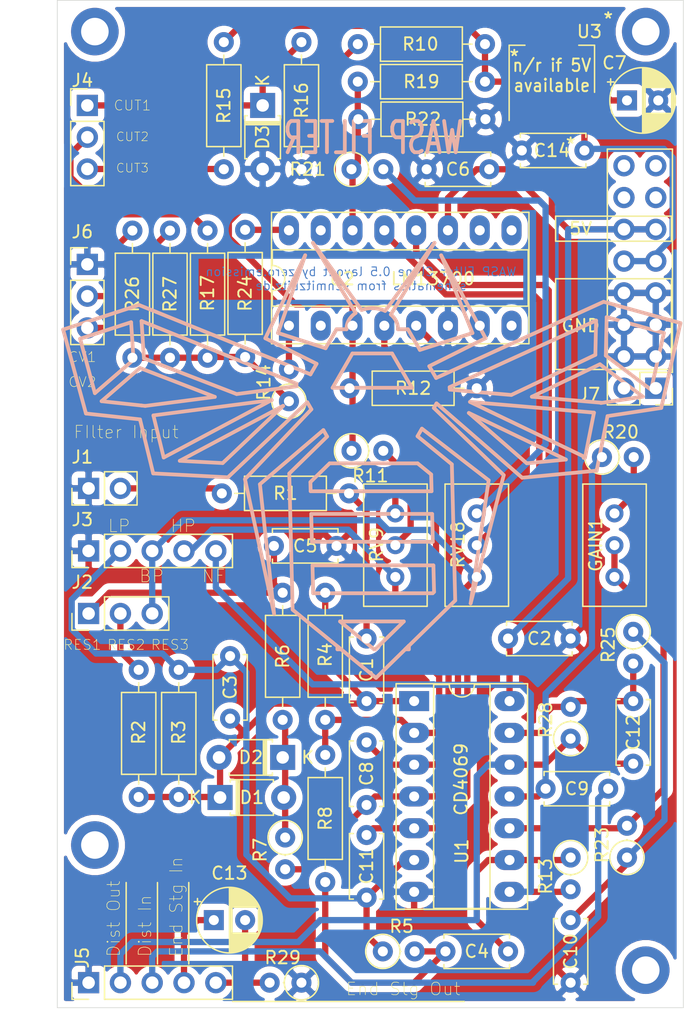
<source format=kicad_pcb>
(kicad_pcb (version 20171130) (host pcbnew 5.1.6)
  (layers (0 F.Cu signal) (31 B.Cu signal) (34 B.Paste user hide) (35 F.Paste user hide) (36 B.SilkS user) (37 F.SilkS user hide) (38 B.Mask user hide) (39 F.Mask user hide) (44 Edge.Cuts user))
  (net 0 "")
  (net 1 "Net-(C1-Pad1)")
  (net 2 "Net-(C1-Pad2)")
  (net 3 GND)
  (net 4 +5V)
  (net 5 /LP)
  (net 6 "Net-(C4-Pad1)")
  (net 7 "Net-(C4-Pad2)")
  (net 8 /RES_1)
  (net 9 "Net-(C8-Pad2)")
  (net 10 /BP)
  (net 11 "Net-(C9-Pad2)")
  (net 12 /DIST_IN)
  (net 13 "Net-(C10-Pad2)")
  (net 14 "Net-(C11-Pad2)")
  (net 15 /DIST_OUT)
  (net 16 "Net-(C12-Pad1)")
  (net 17 /END_STG_IN)
  (net 18 /END_STG_OUT)
  (net 19 "Net-(D1-Pad2)")
  (net 20 /CUT_1)
  (net 21 /FILTER_IN)
  (net 22 /RES_2)
  (net 23 /HP)
  (net 24 /NF)
  (net 25 /CUT_2)
  (net 26 /CUT_3)
  (net 27 "Net-(R11-Pad2)")
  (net 28 "Net-(R10-Pad1)")
  (net 29 "Net-(R14-Pad1)")
  (net 30 "Net-(R14-Pad2)")
  (net 31 "Net-(R19-Pad1)")
  (net 32 "Net-(R24-Pad2)")
  (net 33 /CV1)
  (net 34 /CV2)
  (net 35 "Net-(U2-Pad2)")
  (net 36 "Net-(U2-Pad15)")
  (net 37 "Net-(J7-Pad1)")
  (net 38 "Net-(J7-Pad2)")
  (net 39 "Net-(J7-Pad13)")
  (net 40 "Net-(J7-Pad14)")
  (net 41 "Net-(J7-Pad15)")
  (net 42 "Net-(J7-Pad16)")
  (net 43 +12V)
  (net 44 "Net-(GAIN1-Pad2)")
  (net 45 "Net-(GAIN1-Pad1)")
  (net 46 "Net-(R21-Pad2)")
  (net 47 "Net-(RV9-Pad2)")
  (net 48 "Net-(RV18-Pad2)")
  (module Connector_PinHeader_2.54mm:PinHeader_1x03_P2.54mm_Vertical (layer F.Cu) (at 51.4 54.9)
    (fp_text reference J4 (at -0.4 -2) (layer F.SilkS))
    (fp_text value CUT_POT)
    (pad 1 thru_hole rect (at 0 0) (size 1.7 1.7) (drill 1) (layers *.Cu *.Mask) (net 20 /CUT_1))
    (pad 2 thru_hole oval (at 0 2.54) (size 1.7 1.7) (drill 1) (layers *.Cu *.Mask) (net 25 /CUT_2))
    (pad 3 thru_hole oval (at 0 5.08) (size 1.7 1.7) (drill 1) (layers *.Cu *.Mask) (net 26 /CUT_3))
  )
  (module Resistor_THT:R_Axial_DIN0207_L6.3mm_D2.5mm_P2.54mm_Vertical (layer F.Cu) (at 95 96.96 270)
    (fp_text reference R25 (at 1.04 2 90) (layer F.SilkS))
    (fp_text value 100K)
    (pad 2 thru_hole oval (at 2.54 0 270) (size 1.6 1.6) (drill 0.8) (layers *.Cu *.Mask) (net 16 "Net-(C12-Pad1)"))
    (pad 1 thru_hole circle (at 0 0 270) (size 1.6 1.6) (drill 0.8) (layers *.Cu *.Mask) (net 13 "Net-(C10-Pad2)"))
  )
  (module Resistor_THT:R_Axial_DIN0207_L6.3mm_D2.5mm_P2.54mm_Vertical (layer F.Cu) (at 67.2 113.4 270)
    (fp_text reference R7 (at 1 2 270) (layer F.SilkS))
    (fp_text value 100K)
    (pad 2 thru_hole oval (at 2.54 0 270) (size 1.6 1.6) (drill 0.8) (layers *.Cu *.Mask) (net 10 /BP))
    (pad 1 thru_hole circle (at 0 0 270) (size 1.6 1.6) (drill 0.8) (layers *.Cu *.Mask) (net 19 "Net-(D1-Pad2)"))
  )
  (module Resistor_THT:R_Axial_DIN0207_L6.3mm_D2.5mm_P2.54mm_Vertical (layer F.Cu) (at 90 115 270)
    (fp_text reference R13 (at 1.5 2 90) (layer F.SilkS))
    (fp_text value 100K)
    (pad 2 thru_hole oval (at 2.54 0 270) (size 1.6 1.6) (drill 0.8) (layers *.Cu *.Mask) (net 24 /NF))
    (pad 1 thru_hole circle (at 0 0 270) (size 1.6 1.6) (drill 0.8) (layers *.Cu *.Mask) (net 6 "Net-(C4-Pad1)"))
  )
  (module Resistor_THT:R_Axial_DIN0207_L6.3mm_D2.5mm_P2.54mm_Vertical (layer F.Cu) (at 94.5 115 90)
    (fp_text reference R23 (at 1 -2 90) (layer F.SilkS))
    (fp_text value 51K)
    (pad 2 thru_hole oval (at 2.54 0 90) (size 1.6 1.6) (drill 0.8) (layers *.Cu *.Mask) (net 44 "Net-(GAIN1-Pad2)"))
    (pad 1 thru_hole circle (at 0 0 90) (size 1.6 1.6) (drill 0.8) (layers *.Cu *.Mask) (net 13 "Net-(C10-Pad2)"))
  )
  (module Resistor_THT:R_Axial_DIN0207_L6.3mm_D2.5mm_P2.54mm_Vertical (layer F.Cu) (at 92.5 83)
    (fp_text reference R20 (at 1.5 -2 180) (layer F.SilkS))
    (fp_text value 10K)
    (pad 2 thru_hole oval (at 2.54 0) (size 1.6 1.6) (drill 0.8) (layers *.Cu *.Mask) (net 45 "Net-(GAIN1-Pad1)"))
    (pad 1 thru_hole circle (at 0 0) (size 1.6 1.6) (drill 0.8) (layers *.Cu *.Mask) (net 11 "Net-(C9-Pad2)"))
  )
  (module Resistor_THT:R_Axial_DIN0207_L6.3mm_D2.5mm_P2.54mm_Vertical (layer F.Cu) (at 90 105.5 90)
    (fp_text reference R28 (at 1.5 -2 90) (layer F.SilkS))
    (fp_text value 33K)
    (pad 2 thru_hole oval (at 2.54 0 90) (size 1.6 1.6) (drill 0.8) (layers *.Cu *.Mask) (net 16 "Net-(C12-Pad1)"))
    (pad 1 thru_hole circle (at 0 0 90) (size 1.6 1.6) (drill 0.8) (layers *.Cu *.Mask) (net 15 /DIST_OUT))
  )
  (module Resistor_THT:R_Axial_DIN0207_L6.3mm_D2.5mm_P2.54mm_Vertical (layer F.Cu) (at 75 122.5)
    (fp_text reference R5 (at 1.5 -2) (layer F.SilkS))
    (fp_text value 100K)
    (pad 2 thru_hole oval (at 2.54 0) (size 1.6 1.6) (drill 0.8) (layers *.Cu *.Mask) (net 7 "Net-(C4-Pad2)"))
    (pad 1 thru_hole circle (at 0 0) (size 1.6 1.6) (drill 0.8) (layers *.Cu *.Mask) (net 5 /LP))
  )
  (module Package_DIP:DIP-14_W7.62mm_Socket_LongPads (layer F.Cu) (at 77.5 102.5)
    (fp_text reference U1 (at 3.81 12 270) (layer F.SilkS))
    (fp_text value 4069)
    (pad 14 thru_hole oval (at 7.62 0) (size 2.4 1.6) (drill 0.8) (layers *.Cu *.Mask) (net 4 +5V))
    (pad 7 thru_hole oval (at 0 15.24) (size 2.4 1.6) (drill 0.8) (layers *.Cu *.Mask) (net 3 GND))
    (pad 13 thru_hole oval (at 7.62 2.54) (size 2.4 1.6) (drill 0.8) (layers *.Cu *.Mask) (net 16 "Net-(C12-Pad1)"))
    (pad 6 thru_hole oval (at 0 12.7) (size 2.4 1.6) (drill 0.8) (layers *.Cu *.Mask) (net 5 /LP))
    (pad 12 thru_hole oval (at 7.62 5.08) (size 2.4 1.6) (drill 0.8) (layers *.Cu *.Mask) (net 15 /DIST_OUT))
    (pad 5 thru_hole oval (at 0 10.16) (size 2.4 1.6) (drill 0.8) (layers *.Cu *.Mask) (net 14 "Net-(C11-Pad2)"))
    (pad 11 thru_hole oval (at 7.62 7.62) (size 2.4 1.6) (drill 0.8) (layers *.Cu *.Mask) (net 11 "Net-(C9-Pad2)"))
    (pad 4 thru_hole oval (at 0 7.62) (size 2.4 1.6) (drill 0.8) (layers *.Cu *.Mask) (net 10 /BP))
    (pad 10 thru_hole oval (at 7.62 10.16) (size 2.4 1.6) (drill 0.8) (layers *.Cu *.Mask) (net 44 "Net-(GAIN1-Pad2)"))
    (pad 3 thru_hole oval (at 0 5.08) (size 2.4 1.6) (drill 0.8) (layers *.Cu *.Mask) (net 9 "Net-(C8-Pad2)"))
    (pad 9 thru_hole oval (at 7.62 12.7) (size 2.4 1.6) (drill 0.8) (layers *.Cu *.Mask) (net 6 "Net-(C4-Pad1)"))
    (pad 2 thru_hole oval (at 0 2.54) (size 2.4 1.6) (drill 0.8) (layers *.Cu *.Mask) (net 23 /HP))
    (pad 8 thru_hole oval (at 7.62 15.24) (size 2.4 1.6) (drill 0.8) (layers *.Cu *.Mask) (net 24 /NF))
    (pad 1 thru_hole rect (at 0 0) (size 2.4 1.6) (drill 0.8) (layers *.Cu *.Mask) (net 1 "Net-(C1-Pad1)"))
  )
  (module Resistor_THT:R_Axial_DIN0207_L6.3mm_D2.5mm_P2.54mm_Vertical (layer F.Cu) (at 72.5 82.5)
    (fp_text reference R11 (at 1.5 2) (layer F.SilkS))
    (fp_text value 1K)
    (pad 2 thru_hole oval (at 2.54 0) (size 1.6 1.6) (drill 0.8) (layers *.Cu *.Mask) (net 27 "Net-(R11-Pad2)"))
    (pad 1 thru_hole circle (at 0 0) (size 1.6 1.6) (drill 0.8) (layers *.Cu *.Mask) (net 28 "Net-(R10-Pad1)"))
  )
  (module Resistor_THT:R_Axial_DIN0207_L6.3mm_D2.5mm_P2.54mm_Vertical (layer F.Cu) (at 67.5 78.54 90)
    (fp_text reference R14 (at 1.5 -2 270) (layer F.SilkS))
    (fp_text value 4K7)
    (pad 2 thru_hole oval (at 2.54 0 90) (size 1.6 1.6) (drill 0.8) (layers *.Cu *.Mask) (net 30 "Net-(R14-Pad2)"))
    (pad 1 thru_hole circle (at 0 0 90) (size 1.6 1.6) (drill 0.8) (layers *.Cu *.Mask) (net 29 "Net-(R14-Pad1)"))
  )
  (module Resistor_THT:R_Axial_DIN0207_L6.3mm_D2.5mm_P2.54mm_Vertical (layer F.Cu) (at 72.5 60)
    (fp_text reference R21 (at -3.5 0) (layer F.SilkS))
    (fp_text value 1K)
    (pad 2 thru_hole oval (at 2.54 0) (size 1.6 1.6) (drill 0.8) (layers *.Cu *.Mask) (net 46 "Net-(R21-Pad2)"))
    (pad 1 thru_hole circle (at 0 0) (size 1.6 1.6) (drill 0.8) (layers *.Cu *.Mask) (net 31 "Net-(R19-Pad1)"))
  )
  (module Capacitor_THT:CP_Radial_D5.0mm_P2.50mm (layer F.Cu) (at 61.5 120)
    (fp_text reference C13 (at 1.25 -3.75) (layer F.SilkS))
    (fp_text value 10uF)
    (pad 1 thru_hole rect (at 0 0) (size 1.6 1.6) (drill 0.8) (layers *.Cu *.Mask) (net 17 /END_STG_IN))
    (pad 2 thru_hole circle (at 2.5 0) (size 1.6 1.6) (drill 0.8) (layers *.Cu *.Mask) (net 18 /END_STG_OUT))
  )
  (module Diode_THT:D_T-1_P5.08mm_Horizontal (layer F.Cu) (at 62 110.2)
    (fp_text reference D1 (at 2.54 0) (layer F.SilkS))
    (fp_text value DIODE)
    (fp_text user K (at -2 0) (layer F.SilkS))
    (pad 1 thru_hole rect (at 0 0) (size 2 2) (drill 1) (layers *.Cu *.Mask) (net 1 "Net-(C1-Pad1)"))
    (pad 2 thru_hole oval (at 5.08 0) (size 2 2) (drill 1) (layers *.Cu *.Mask) (net 19 "Net-(D1-Pad2)"))
  )
  (module Diode_THT:D_T-1_P5.08mm_Horizontal (layer F.Cu) (at 67 107 180)
    (fp_text reference D2 (at 2.54 0) (layer F.SilkS))
    (fp_text value DIODE)
    (fp_text user K (at -2 0) (layer F.SilkS))
    (pad 2 thru_hole oval (at 5.08 0 180) (size 2 2) (drill 1) (layers *.Cu *.Mask) (net 1 "Net-(C1-Pad1)"))
    (pad 1 thru_hole rect (at 0 0 180) (size 2 2) (drill 1) (layers *.Cu *.Mask) (net 19 "Net-(D1-Pad2)"))
  )
  (module Diode_THT:D_T-1_P5.08mm_Horizontal (layer F.Cu) (at 65.4 54.9 270)
    (fp_text reference D3 (at 2.54 0 90) (layer F.SilkS))
    (fp_text value DIODE)
    (fp_text user K (at -2 0 90) (layer F.SilkS))
    (pad 1 thru_hole rect (at 0 0 270) (size 2 2) (drill 1) (layers *.Cu *.Mask) (net 20 /CUT_1))
    (pad 2 thru_hole oval (at 5.08 0 270) (size 2 2) (drill 1) (layers *.Cu *.Mask) (net 3 GND))
  )
  (module Connector_PinHeader_2.54mm:PinHeader_1x03_P2.54mm_Vertical (layer F.Cu) (at 51.5 95.5 90)
    (fp_text reference J2 (at 2.5 -0.5 180) (layer F.SilkS))
    (fp_text value RES_POT)
    (pad 3 thru_hole oval (at 0 5.08 90) (size 1.7 1.7) (drill 1) (layers *.Cu *.Mask) (net 10 /BP))
    (pad 2 thru_hole oval (at 0 2.54 90) (size 1.7 1.7) (drill 1) (layers *.Cu *.Mask) (net 22 /RES_2))
    (pad 1 thru_hole rect (at 0 0 90) (size 1.7 1.7) (drill 1) (layers *.Cu *.Mask) (net 8 /RES_1))
  )
  (module Connector_PinHeader_2.54mm:PinHeader_1x05_P2.54mm_Vertical (layer F.Cu) (at 51.5 90.5 90)
    (fp_text reference J3 (at 2.5 -0.5 180) (layer F.SilkS))
    (fp_text value FLT_MODE_SWT)
    (pad 1 thru_hole rect (at 0 0 90) (size 1.7 1.7) (drill 1) (layers *.Cu *.Mask) (net 3 GND))
    (pad 2 thru_hole oval (at 0 2.54 90) (size 1.7 1.7) (drill 1) (layers *.Cu *.Mask) (net 5 /LP))
    (pad 3 thru_hole oval (at 0 5.08 90) (size 1.7 1.7) (drill 1) (layers *.Cu *.Mask) (net 10 /BP))
    (pad 4 thru_hole oval (at 0 7.62 90) (size 1.7 1.7) (drill 1) (layers *.Cu *.Mask) (net 23 /HP))
    (pad 5 thru_hole oval (at 0 10.16 90) (size 1.7 1.7) (drill 1) (layers *.Cu *.Mask) (net 24 /NF))
  )
  (module Resistor_THT:R_Axial_DIN0207_L6.3mm_D2.5mm_P10.16mm_Horizontal (layer F.Cu) (at 72.3 85.9 180)
    (fp_text reference R1 (at 5.08 0) (layer F.SilkS))
    (fp_text value 33K)
    (pad 1 thru_hole circle (at 0 0 180) (size 1.6 1.6) (drill 0.8) (layers *.Cu *.Mask) (net 2 "Net-(C1-Pad2)"))
    (pad 2 thru_hole oval (at 10.16 0 180) (size 1.6 1.6) (drill 0.8) (layers *.Cu *.Mask) (net 21 /FILTER_IN))
  )
  (module Resistor_THT:R_Axial_DIN0207_L6.3mm_D2.5mm_P10.16mm_Horizontal (layer F.Cu) (at 58.7 100 270)
    (fp_text reference R3 (at 5 0 90) (layer F.SilkS))
    (fp_text value 33K)
    (pad 2 thru_hole oval (at 10.16 0 270) (size 1.6 1.6) (drill 0.8) (layers *.Cu *.Mask) (net 1 "Net-(C1-Pad1)"))
    (pad 1 thru_hole circle (at 0 0 270) (size 1.6 1.6) (drill 0.8) (layers *.Cu *.Mask) (net 5 /LP))
  )
  (module Resistor_THT:R_Axial_DIN0207_L6.3mm_D2.5mm_P10.16mm_Horizontal (layer F.Cu) (at 67 104 90)
    (fp_text reference R6 (at 5.08 0 90) (layer F.SilkS))
    (fp_text value 100K)
    (pad 2 thru_hole oval (at 10.16 0 90) (size 1.6 1.6) (drill 0.8) (layers *.Cu *.Mask) (net 8 /RES_1))
    (pad 1 thru_hole circle (at 0 0 90) (size 1.6 1.6) (drill 0.8) (layers *.Cu *.Mask) (net 19 "Net-(D1-Pad2)"))
  )
  (module Resistor_THT:R_Axial_DIN0207_L6.3mm_D2.5mm_P10.16mm_Horizontal (layer F.Cu) (at 70.4 106.8 270)
    (fp_text reference R8 (at 5.08 0 90) (layer F.SilkS))
    (fp_text value 100K)
    (pad 2 thru_hole oval (at 10.16 0 270) (size 1.6 1.6) (drill 0.8) (layers *.Cu *.Mask) (net 7 "Net-(C4-Pad2)"))
    (pad 1 thru_hole circle (at 0 0 270) (size 1.6 1.6) (drill 0.8) (layers *.Cu *.Mask) (net 23 /HP))
  )
  (module Resistor_THT:R_Axial_DIN0207_L6.3mm_D2.5mm_P10.16mm_Horizontal (layer F.Cu) (at 73 50)
    (fp_text reference R10 (at 5 0) (layer F.SilkS))
    (fp_text value 33K)
    (pad 1 thru_hole circle (at 0 0) (size 1.6 1.6) (drill 0.8) (layers *.Cu *.Mask) (net 28 "Net-(R10-Pad1)"))
    (pad 2 thru_hole oval (at 10.16 0) (size 1.6 1.6) (drill 0.8) (layers *.Cu *.Mask) (net 4 +5V))
  )
  (module Resistor_THT:R_Axial_DIN0207_L6.3mm_D2.5mm_P10.16mm_Horizontal (layer F.Cu) (at 82.5 77.5 180)
    (fp_text reference R12 (at 5.08 0) (layer F.SilkS))
    (fp_text value 33K)
    (pad 2 thru_hole oval (at 10.16 0 180) (size 1.6 1.6) (drill 0.8) (layers *.Cu *.Mask) (net 28 "Net-(R10-Pad1)"))
    (pad 1 thru_hole circle (at 0 0 180) (size 1.6 1.6) (drill 0.8) (layers *.Cu *.Mask) (net 3 GND))
  )
  (module Resistor_THT:R_Axial_DIN0207_L6.3mm_D2.5mm_P10.16mm_Horizontal (layer F.Cu) (at 62.3 60 90)
    (fp_text reference R15 (at 5.08 0 90) (layer F.SilkS))
    (fp_text value 1K)
    (pad 1 thru_hole circle (at 0 0 90) (size 1.6 1.6) (drill 0.8) (layers *.Cu *.Mask) (net 26 /CUT_3))
    (pad 2 thru_hole oval (at 10.16 0 90) (size 1.6 1.6) (drill 0.8) (layers *.Cu *.Mask) (net 4 +5V))
  )
  (module Resistor_THT:R_Axial_DIN0207_L6.3mm_D2.5mm_P10.16mm_Horizontal (layer F.Cu) (at 68.5 60 90)
    (fp_text reference R16 (at 5.5 0 90) (layer F.SilkS))
    (fp_text value 1K)
    (pad 1 thru_hole circle (at 0 0 90) (size 1.6 1.6) (drill 0.8) (layers *.Cu *.Mask) (net 3 GND))
    (pad 2 thru_hole oval (at 10.16 0 90) (size 1.6 1.6) (drill 0.8) (layers *.Cu *.Mask) (net 20 /CUT_1))
  )
  (module Resistor_THT:R_Axial_DIN0207_L6.3mm_D2.5mm_P10.16mm_Horizontal (layer F.Cu) (at 61 64.9 270)
    (fp_text reference R17 (at 5 0 90) (layer F.SilkS))
    (fp_text value 1K)
    (pad 1 thru_hole circle (at 0 0 270) (size 1.6 1.6) (drill 0.8) (layers *.Cu *.Mask) (net 25 /CUT_2))
    (pad 2 thru_hole oval (at 10.16 0 270) (size 1.6 1.6) (drill 0.8) (layers *.Cu *.Mask) (net 29 "Net-(R14-Pad1)"))
  )
  (module Resistor_THT:R_Axial_DIN0207_L6.3mm_D2.5mm_P10.16mm_Horizontal (layer F.Cu) (at 73 53)
    (fp_text reference R19 (at 5.08 0) (layer F.SilkS))
    (fp_text value 33K)
    (pad 2 thru_hole oval (at 10.16 0) (size 1.6 1.6) (drill 0.8) (layers *.Cu *.Mask) (net 4 +5V))
    (pad 1 thru_hole circle (at 0 0) (size 1.6 1.6) (drill 0.8) (layers *.Cu *.Mask) (net 31 "Net-(R19-Pad1)"))
  )
  (module Resistor_THT:R_Axial_DIN0207_L6.3mm_D2.5mm_P10.16mm_Horizontal (layer F.Cu) (at 83.2 56 180)
    (fp_text reference R22 (at 5 0) (layer F.SilkS))
    (fp_text value 33K)
    (pad 2 thru_hole oval (at 10.16 0 180) (size 1.6 1.6) (drill 0.8) (layers *.Cu *.Mask) (net 31 "Net-(R19-Pad1)"))
    (pad 1 thru_hole circle (at 0 0 180) (size 1.6 1.6) (drill 0.8) (layers *.Cu *.Mask) (net 3 GND))
  )
  (module Resistor_THT:R_Axial_DIN0207_L6.3mm_D2.5mm_P10.16mm_Horizontal (layer F.Cu) (at 64 75 90)
    (fp_text reference R24 (at 5.08 0 90) (layer F.SilkS))
    (fp_text value 4K7)
    (pad 1 thru_hole circle (at 0 0 90) (size 1.6 1.6) (drill 0.8) (layers *.Cu *.Mask) (net 29 "Net-(R14-Pad1)"))
    (pad 2 thru_hole oval (at 10.16 0 90) (size 1.6 1.6) (drill 0.8) (layers *.Cu *.Mask) (net 32 "Net-(R24-Pad2)"))
  )
  (module Resistor_THT:R_Axial_DIN0207_L6.3mm_D2.5mm_P10.16mm_Horizontal (layer F.Cu) (at 55 64.9 270)
    (fp_text reference R26 (at 5.08 0 90) (layer F.SilkS))
    (fp_text value 10K)
    (pad 2 thru_hole oval (at 10.16 0 270) (size 1.6 1.6) (drill 0.8) (layers *.Cu *.Mask) (net 29 "Net-(R14-Pad1)"))
    (pad 1 thru_hole circle (at 0 0 270) (size 1.6 1.6) (drill 0.8) (layers *.Cu *.Mask) (net 33 /CV1))
  )
  (module Resistor_THT:R_Axial_DIN0207_L6.3mm_D2.5mm_P10.16mm_Horizontal (layer F.Cu) (at 58 64.9 270)
    (fp_text reference R27 (at 5.08 0 90) (layer F.SilkS))
    (fp_text value 10K)
    (pad 1 thru_hole circle (at 0 0 270) (size 1.6 1.6) (drill 0.8) (layers *.Cu *.Mask) (net 34 /CV2))
    (pad 2 thru_hole oval (at 10.16 0 270) (size 1.6 1.6) (drill 0.8) (layers *.Cu *.Mask) (net 29 "Net-(R14-Pad1)"))
  )
  (module Package_DIP:DIP-16_W7.62mm_Socket_LongPads (layer F.Cu) (at 67.5 72.5 90)
    (fp_text reference U2 (at 3.75 4.25 180) (layer F.SilkS))
    (fp_text value LM13700)
    (pad 1 thru_hole rect (at 0 0 90) (size 2.4 1.6) (drill 0.8) (layers *.Cu *.Mask) (net 30 "Net-(R14-Pad2)"))
    (pad 9 thru_hole oval (at 7.62 17.78 90) (size 2.4 1.6) (drill 0.8) (layers *.Cu *.Mask))
    (pad 2 thru_hole oval (at 0 2.54 90) (size 2.4 1.6) (drill 0.8) (layers *.Cu *.Mask) (net 35 "Net-(U2-Pad2)"))
    (pad 10 thru_hole oval (at 7.62 15.24 90) (size 2.4 1.6) (drill 0.8) (layers *.Cu *.Mask))
    (pad 3 thru_hole oval (at 0 5.08 90) (size 2.4 1.6) (drill 0.8) (layers *.Cu *.Mask) (net 28 "Net-(R10-Pad1)"))
    (pad 11 thru_hole oval (at 7.62 12.7 90) (size 2.4 1.6) (drill 0.8) (layers *.Cu *.Mask) (net 4 +5V))
    (pad 4 thru_hole oval (at 0 7.62 90) (size 2.4 1.6) (drill 0.8) (layers *.Cu *.Mask) (net 47 "Net-(RV9-Pad2)"))
    (pad 12 thru_hole oval (at 7.62 10.16 90) (size 2.4 1.6) (drill 0.8) (layers *.Cu *.Mask) (net 14 "Net-(C11-Pad2)"))
    (pad 5 thru_hole oval (at 0 10.16 90) (size 2.4 1.6) (drill 0.8) (layers *.Cu *.Mask) (net 9 "Net-(C8-Pad2)"))
    (pad 13 thru_hole oval (at 7.62 7.62 90) (size 2.4 1.6) (drill 0.8) (layers *.Cu *.Mask) (net 48 "Net-(RV18-Pad2)"))
    (pad 6 thru_hole oval (at 0 12.7 90) (size 2.4 1.6) (drill 0.8) (layers *.Cu *.Mask) (net 3 GND))
    (pad 14 thru_hole oval (at 7.62 5.08 90) (size 2.4 1.6) (drill 0.8) (layers *.Cu *.Mask) (net 31 "Net-(R19-Pad1)"))
    (pad 7 thru_hole oval (at 0 15.24 90) (size 2.4 1.6) (drill 0.8) (layers *.Cu *.Mask))
    (pad 15 thru_hole oval (at 7.62 2.54 90) (size 2.4 1.6) (drill 0.8) (layers *.Cu *.Mask) (net 36 "Net-(U2-Pad15)"))
    (pad 8 thru_hole oval (at 0 17.78 90) (size 2.4 1.6) (drill 0.8) (layers *.Cu *.Mask))
    (pad 16 thru_hole oval (at 7.62 0 90) (size 2.4 1.6) (drill 0.8) (layers *.Cu *.Mask) (net 32 "Net-(R24-Pad2)"))
  )
  (module Capacitor_THT:C_Disc_D5.0mm_W2.5mm_P5.00mm (layer F.Cu) (at 73.7 102.5 90)
    (fp_text reference C1 (at 2.5 0 90) (layer F.SilkS))
    (fp_text value 220n)
    (pad 2 thru_hole circle (at 5 0 90) (size 1.6 1.6) (drill 0.8) (layers *.Cu *.Mask) (net 2 "Net-(C1-Pad2)"))
    (pad 1 thru_hole circle (at 0 0 90) (size 1.6 1.6) (drill 0.8) (layers *.Cu *.Mask) (net 1 "Net-(C1-Pad1)"))
  )
  (module Capacitor_THT:C_Disc_D5.0mm_W2.5mm_P5.00mm (layer F.Cu) (at 90 97.5 180)
    (fp_text reference C2 (at 2.5 0) (layer F.SilkS))
    (fp_text value 100n)
    (pad 1 thru_hole circle (at 0 0 180) (size 1.6 1.6) (drill 0.8) (layers *.Cu *.Mask) (net 3 GND))
    (pad 2 thru_hole circle (at 5 0 180) (size 1.6 1.6) (drill 0.8) (layers *.Cu *.Mask) (net 4 +5V))
  )
  (module Capacitor_THT:C_Disc_D5.0mm_W2.5mm_P5.00mm (layer F.Cu) (at 62.8 98.9 270)
    (fp_text reference C3 (at 2.5 0 90) (layer F.SilkS))
    (fp_text value 68p)
    (pad 2 thru_hole circle (at 5 0 270) (size 1.6 1.6) (drill 0.8) (layers *.Cu *.Mask) (net 1 "Net-(C1-Pad1)"))
    (pad 1 thru_hole circle (at 0 0 270) (size 1.6 1.6) (drill 0.8) (layers *.Cu *.Mask) (net 5 /LP))
  )
  (module Capacitor_THT:C_Disc_D5.0mm_W2.5mm_P5.00mm (layer F.Cu) (at 85 122.5 180)
    (fp_text reference C4 (at 2.5 0) (layer F.SilkS))
    (fp_text value 220n)
    (pad 1 thru_hole circle (at 0 0 180) (size 1.6 1.6) (drill 0.8) (layers *.Cu *.Mask) (net 6 "Net-(C4-Pad1)"))
    (pad 2 thru_hole circle (at 5 0 180) (size 1.6 1.6) (drill 0.8) (layers *.Cu *.Mask) (net 7 "Net-(C4-Pad2)"))
  )
  (module Capacitor_THT:C_Disc_D5.0mm_W2.5mm_P5.00mm (layer F.Cu) (at 71.3 90.1 180)
    (fp_text reference C5 (at 2.5 0) (layer F.SilkS))
    (fp_text value 220n)
    (pad 1 thru_hole circle (at 0 0 180) (size 1.6 1.6) (drill 0.8) (layers *.Cu *.Mask) (net 3 GND))
    (pad 2 thru_hole circle (at 5 0 180) (size 1.6 1.6) (drill 0.8) (layers *.Cu *.Mask) (net 8 /RES_1))
  )
  (module Capacitor_THT:C_Disc_D5.0mm_W2.5mm_P5.00mm (layer F.Cu) (at 78.5 60)
    (fp_text reference C6 (at 2.5 0) (layer F.SilkS))
    (fp_text value 100n)
    (pad 2 thru_hole circle (at 5 0) (size 1.6 1.6) (drill 0.8) (layers *.Cu *.Mask) (net 4 +5V))
    (pad 1 thru_hole circle (at 0 0) (size 1.6 1.6) (drill 0.8) (layers *.Cu *.Mask) (net 3 GND))
  )
  (module Capacitor_THT:C_Disc_D5.0mm_W2.5mm_P5.00mm (layer F.Cu) (at 73.7 110.8 90)
    (fp_text reference C8 (at 2.5 0 90) (layer F.SilkS))
    (fp_text value 1n)
    (pad 2 thru_hole circle (at 5 0 90) (size 1.6 1.6) (drill 0.8) (layers *.Cu *.Mask) (net 9 "Net-(C8-Pad2)"))
    (pad 1 thru_hole circle (at 0 0 90) (size 1.6 1.6) (drill 0.8) (layers *.Cu *.Mask) (net 10 /BP))
  )
  (module Capacitor_THT:C_Disc_D5.0mm_W2.5mm_P5.00mm (layer F.Cu) (at 93 109.5 180)
    (fp_text reference C9 (at 2.5 0) (layer F.SilkS))
    (fp_text value 100n)
    (pad 2 thru_hole circle (at 5 0 180) (size 1.6 1.6) (drill 0.8) (layers *.Cu *.Mask) (net 11 "Net-(C9-Pad2)"))
    (pad 1 thru_hole circle (at 0 0 180) (size 1.6 1.6) (drill 0.8) (layers *.Cu *.Mask) (net 12 /DIST_IN))
  )
  (module Capacitor_THT:C_Disc_D5.0mm_W2.5mm_P5.00mm (layer F.Cu) (at 90 125 90)
    (fp_text reference C10 (at 2.5 0 90) (layer F.SilkS))
    (fp_text value 1n)
    (pad 1 thru_hole circle (at 0 0 90) (size 1.6 1.6) (drill 0.8) (layers *.Cu *.Mask) (net 3 GND))
    (pad 2 thru_hole circle (at 5 0 90) (size 1.6 1.6) (drill 0.8) (layers *.Cu *.Mask) (net 13 "Net-(C10-Pad2)"))
  )
  (module Capacitor_THT:C_Disc_D5.0mm_W2.5mm_P5.00mm (layer F.Cu) (at 73.7 118.2 90)
    (fp_text reference C11 (at 2.5 0 90) (layer F.SilkS))
    (fp_text value 1n)
    (pad 1 thru_hole circle (at 0 0 90) (size 1.6 1.6) (drill 0.8) (layers *.Cu *.Mask) (net 5 /LP))
    (pad 2 thru_hole circle (at 5 0 90) (size 1.6 1.6) (drill 0.8) (layers *.Cu *.Mask) (net 14 "Net-(C11-Pad2)"))
  )
  (module Capacitor_THT:C_Disc_D5.0mm_W2.5mm_P5.00mm (layer F.Cu) (at 95 102.5 270)
    (fp_text reference C12 (at 2.5 0 90) (layer F.SilkS))
    (fp_text value 1n)
    (pad 2 thru_hole circle (at 5 0 270) (size 1.6 1.6) (drill 0.8) (layers *.Cu *.Mask) (net 15 /DIST_OUT))
    (pad 1 thru_hole circle (at 0 0 270) (size 1.6 1.6) (drill 0.8) (layers *.Cu *.Mask) (net 16 "Net-(C12-Pad1)"))
  )
  (module Connector_PinHeader_2.54mm:PinHeader_1x03_P2.54mm_Vertical (layer F.Cu) (at 51.4 67.6)
    (fp_text reference J6 (at -0.4 -2.6) (layer F.SilkS))
    (fp_text value CV)
    (pad 1 thru_hole rect (at 0 0) (size 1.7 1.7) (drill 1) (layers *.Cu *.Mask) (net 3 GND))
    (pad 2 thru_hole oval (at 0 2.54) (size 1.7 1.7) (drill 1) (layers *.Cu *.Mask) (net 33 /CV1))
    (pad 3 thru_hole oval (at 0 5.08) (size 1.7 1.7) (drill 1) (layers *.Cu *.Mask) (net 34 /CV2))
  )
  (module Capacitor_THT:CP_Radial_D5.0mm_P2.50mm (layer F.Cu) (at 94.5 54.5)
    (fp_text reference C7 (at -1 -3 180) (layer F.SilkS))
    (fp_text value 47uF)
    (pad 1 thru_hole rect (at 0 0) (size 1.6 1.6) (drill 0.8) (layers *.Cu *.Mask) (net 4 +5V))
    (pad 2 thru_hole circle (at 2.5 0) (size 1.6 1.6) (drill 0.8) (layers *.Cu *.Mask) (net 3 GND))
  )
  (module Connector_PinHeader_2.54mm:PinHeader_2x08_P2.54mm_Vertical (layer F.Cu) (at 96.8 77.5 180)
    (fp_text reference J7 (at 5.3 -0.5) (layer F.SilkS))
    (fp_text value Eurorack_16_pin)
    (pad 1 thru_hole rect (at 0 0 180) (size 1.7 1.7) (drill 1) (layers *.Cu *.Mask) (net 37 "Net-(J7-Pad1)"))
    (pad 2 thru_hole oval (at 2.54 0 180) (size 1.7 1.7) (drill 1) (layers *.Cu *.Mask) (net 38 "Net-(J7-Pad2)"))
    (pad 3 thru_hole oval (at 0 2.54 180) (size 1.7 1.7) (drill 1) (layers *.Cu *.Mask) (net 3 GND))
    (pad 4 thru_hole oval (at 2.54 2.54 180) (size 1.7 1.7) (drill 1) (layers *.Cu *.Mask) (net 3 GND))
    (pad 5 thru_hole oval (at 0 5.08 180) (size 1.7 1.7) (drill 1) (layers *.Cu *.Mask) (net 3 GND))
    (pad 6 thru_hole oval (at 2.54 5.08 180) (size 1.7 1.7) (drill 1) (layers *.Cu *.Mask) (net 3 GND))
    (pad 7 thru_hole oval (at 0 7.62 180) (size 1.7 1.7) (drill 1) (layers *.Cu *.Mask) (net 3 GND))
    (pad 8 thru_hole oval (at 2.54 7.62 180) (size 1.7 1.7) (drill 1) (layers *.Cu *.Mask) (net 3 GND))
    (pad 9 thru_hole oval (at 0 10.16 180) (size 1.7 1.7) (drill 1) (layers *.Cu *.Mask) (net 43 +12V))
    (pad 10 thru_hole oval (at 2.54 10.16 180) (size 1.7 1.7) (drill 1) (layers *.Cu *.Mask) (net 43 +12V))
    (pad 11 thru_hole oval (at 0 12.7 180) (size 1.7 1.7) (drill 1) (layers *.Cu *.Mask) (net 4 +5V))
    (pad 12 thru_hole oval (at 2.54 12.7 180) (size 1.7 1.7) (drill 1) (layers *.Cu *.Mask) (net 4 +5V))
    (pad 13 thru_hole oval (at 0 15.24 180) (size 1.7 1.7) (drill 1) (layers *.Cu *.Mask) (net 39 "Net-(J7-Pad13)"))
    (pad 14 thru_hole oval (at 2.54 15.24 180) (size 1.7 1.7) (drill 1) (layers *.Cu *.Mask) (net 40 "Net-(J7-Pad14)"))
    (pad 15 thru_hole oval (at 0 17.78 180) (size 1.7 1.7) (drill 1) (layers *.Cu *.Mask) (net 41 "Net-(J7-Pad15)"))
    (pad 16 thru_hole oval (at 2.54 17.78 180) (size 1.7 1.7) (drill 1) (layers *.Cu *.Mask) (net 42 "Net-(J7-Pad16)"))
  )
  (module MountingHole:MountingHole_2.2mm_M2_DIN965_Pad (layer F.Cu) (at 52 114)
    (fp_text reference H1 (at 0 0) (layer F.SilkS))
    (fp_text value MountingHole)
    (pad 1 thru_hole circle (at 0 0) (size 3.8 3.8) (drill 2.2) (layers *.Cu *.Mask))
  )
  (module MountingHole:MountingHole_2.2mm_M2_DIN965_Pad (layer F.Cu) (at 52 49)
    (fp_text reference H2 (at 0 0) (layer F.SilkS))
    (fp_text value MountingHole)
    (pad 1 thru_hole circle (at 0 0) (size 3.8 3.8) (drill 2.2) (layers *.Cu *.Mask))
  )
  (module Connector_PinHeader_2.54mm:PinHeader_1x02_P2.54mm_Vertical (layer F.Cu) (at 51.5 85.5 90)
    (fp_text reference J1 (at 2.5 -0.5 180) (layer F.SilkS))
    (fp_text value INPUT_SWT)
    (pad 1 thru_hole rect (at 0 0 90) (size 1.7 1.7) (drill 1) (layers *.Cu *.Mask) (net 3 GND))
    (pad 2 thru_hole oval (at 0 2.54 90) (size 1.7 1.7) (drill 1) (layers *.Cu *.Mask) (net 21 /FILTER_IN))
  )
  (module MountingHole:MountingHole_2.2mm_M2_DIN965_Pad (layer F.Cu) (at 96 49)
    (fp_text reference H3 (at 0 0) (layer F.SilkS))
    (fp_text value MountingHole)
    (pad 1 thru_hole circle (at 0 0) (size 3.8 3.8) (drill 2.2) (layers *.Cu *.Mask))
  )
  (module MountingHole:MountingHole_2.2mm_M2_DIN965_Pad (layer F.Cu) (at 96 124)
    (fp_text reference H4 (at 0 0) (layer F.SilkS))
    (fp_text value MountingHole)
    (pad 1 thru_hole circle (at 0 0) (size 3.8 3.8) (drill 2.2) (layers *.Cu *.Mask))
  )
  (module Capacitor_THT:C_Disc_D5.0mm_W2.5mm_P5.00mm (layer F.Cu) (at 86.1 58.5)
    (fp_text reference C14 (at 2.4 0) (layer F.SilkS))
    (fp_text value 100n)
    (pad 1 thru_hole circle (at 0 0) (size 1.6 1.6) (drill 0.8) (layers *.Cu *.Mask) (net 3 GND))
    (pad 2 thru_hole circle (at 5 0) (size 1.6 1.6) (drill 0.8) (layers *.Cu *.Mask) (net 43 +12V))
  )
  (module Package_TO_SOT_SMD:SOT-223-3_TabPin2 (layer F.Cu) (at 88.5 52 90)
    (fp_text reference U3 (at 3 3 180) (layer F.SilkS))
    (fp_text value AMS1117-5.0)
    (pad 2 smd rect (at 3.15 0 90) (size 2 3.8) (layers F.Cu F.Paste F.Mask) (net 4 +5V))
    (pad 2 smd rect (at -3.15 0 90) (size 2 1.5) (layers F.Cu F.Paste F.Mask) (net 4 +5V))
    (pad 3 smd rect (at -3.15 2.3 90) (size 2 1.5) (layers F.Cu F.Paste F.Mask) (net 43 +12V))
    (pad 1 smd rect (at -3.15 -2.3 90) (size 2 1.5) (layers F.Cu F.Paste F.Mask) (net 3 GND))
  )
  (module Connector_PinHeader_2.54mm:PinHeader_1x05_P2.54mm_Vertical (layer F.Cu) (at 51.5 125 90)
    (fp_text reference J5 (at 2 -0.5 90) (layer F.SilkS))
    (fp_text value OUT_SWT)
    (pad 1 thru_hole rect (at 0 0 90) (size 1.7 1.7) (drill 1) (layers *.Cu *.Mask) (net 3 GND))
    (pad 2 thru_hole oval (at 0 2.54 90) (size 1.7 1.7) (drill 1) (layers *.Cu *.Mask) (net 15 /DIST_OUT))
    (pad 3 thru_hole oval (at 0 5.08 90) (size 1.7 1.7) (drill 1) (layers *.Cu *.Mask) (net 12 /DIST_IN))
    (pad 4 thru_hole oval (at 0 7.62 90) (size 1.7 1.7) (drill 1) (layers *.Cu *.Mask) (net 17 /END_STG_IN))
    (pad 5 thru_hole oval (at 0 10.16 90) (size 1.7 1.7) (drill 1) (layers *.Cu *.Mask) (net 18 /END_STG_OUT))
  )
  (module Potentiometer_THT:Potentiometer_Bourns_3296W_Vertical (layer F.Cu) (at 93.5 87.5 90)
    (fp_text reference GAIN1 (at -2.5 -1.5 90) (layer F.SilkS))
    (fp_text value 1M)
    (pad 3 thru_hole circle (at -5.08 0 90) (size 1.44 1.44) (drill 0.8) (layers *.Cu *.Mask) (net 44 "Net-(GAIN1-Pad2)"))
    (pad 2 thru_hole circle (at -2.54 0 90) (size 1.44 1.44) (drill 0.8) (layers *.Cu *.Mask) (net 44 "Net-(GAIN1-Pad2)"))
    (pad 1 thru_hole circle (at 0 0 90) (size 1.44 1.44) (drill 0.8) (layers *.Cu *.Mask) (net 45 "Net-(GAIN1-Pad1)"))
  )
  (module Potentiometer_THT:Potentiometer_Bourns_3296W_Vertical (layer F.Cu) (at 76 87.5 90)
    (fp_text reference RV9 (at -2.5 -1.5 90) (layer F.SilkS))
    (fp_text value 100K)
    (pad 1 thru_hole circle (at 0 0 90) (size 1.44 1.44) (drill 0.8) (layers *.Cu *.Mask) (net 27 "Net-(R11-Pad2)"))
    (pad 2 thru_hole circle (at -2.54 0 90) (size 1.44 1.44) (drill 0.8) (layers *.Cu *.Mask) (net 47 "Net-(RV9-Pad2)"))
    (pad 3 thru_hole circle (at -5.08 0 90) (size 1.44 1.44) (drill 0.8) (layers *.Cu *.Mask) (net 23 /HP))
  )
  (module Potentiometer_THT:Potentiometer_Bourns_3296W_Vertical (layer F.Cu) (at 82.5 87.5 90)
    (fp_text reference RV18 (at -2.5 -1.5 90) (layer F.SilkS))
    (fp_text value 100K)
    (pad 1 thru_hole circle (at 0 0 90) (size 1.44 1.44) (drill 0.8) (layers *.Cu *.Mask) (net 46 "Net-(R21-Pad2)"))
    (pad 2 thru_hole circle (at -2.54 0 90) (size 1.44 1.44) (drill 0.8) (layers *.Cu *.Mask) (net 48 "Net-(RV18-Pad2)"))
    (pad 3 thru_hole circle (at -5.08 0 90) (size 1.44 1.44) (drill 0.8) (layers *.Cu *.Mask) (net 10 /BP))
  )
  (module Resistor_THT:R_Axial_DIN0207_L6.3mm_D2.5mm_P10.16mm_Horizontal (layer F.Cu) (at 70.4 104 90)
    (fp_text reference R4 (at 5.2 0 90) (layer F.SilkS))
    (fp_text value 33K)
    (pad 1 thru_hole circle (at 0 0 90) (size 1.6 1.6) (drill 0.8) (layers *.Cu *.Mask) (net 23 /HP))
    (pad 2 thru_hole oval (at 10.16 0 90) (size 1.6 1.6) (drill 0.8) (layers *.Cu *.Mask) (net 1 "Net-(C1-Pad1)"))
  )
  (module Resistor_THT:R_Axial_DIN0207_L6.3mm_D2.5mm_P10.16mm_Horizontal (layer F.Cu) (at 55.5 100 270)
    (fp_text reference R2 (at 5 0 90) (layer F.SilkS))
    (fp_text value 33K)
    (pad 1 thru_hole circle (at 0 0 270) (size 1.6 1.6) (drill 0.8) (layers *.Cu *.Mask) (net 22 /RES_2))
    (pad 2 thru_hole oval (at 10.16 0 270) (size 1.6 1.6) (drill 0.8) (layers *.Cu *.Mask) (net 1 "Net-(C1-Pad1)"))
  )
  (module Resistor_THT:R_Axial_DIN0207_L6.3mm_D2.5mm_P2.54mm_Vertical (layer F.Cu) (at 68.5 125 180)
    (fp_text reference R29 (at 1.5 2) (layer F.SilkS))
    (fp_text value 33K)
    (pad 1 thru_hole circle (at 0 0 180) (size 1.6 1.6) (drill 0.8) (layers *.Cu *.Mask) (net 3 GND))
    (pad 2 thru_hole oval (at 2.54 0 180) (size 1.6 1.6) (drill 0.8) (layers *.Cu *.Mask) (net 18 /END_STG_OUT))
  )
  (gr_line (start 99 46.5) (end 99 127) (layer Edge.Cuts) (width 0.05))
  (gr_line (start 49 46.5) (end 99 46.5) (layer Edge.Cuts) (width 0.05))
  (gr_line (start 99 127) (end 49 127) (layer Edge.Cuts) (width 0.05))
  (gr_line (start 49 127) (end 49 46.5) (layer Edge.Cuts) (width 0.05))
  (gr_text "WASP FIlter Clone 0.5 layout by zero.emission\nschematics from schmitzbitz.de" (at 73.25 68.75) (layer B.Cu) (effects (font (size 0.7 0.7) (thickness 0.08)) (justify mirror)))
  (gr_text * (at 90 58) (layer F.SilkS) (effects (font (size 1 1))))
  (gr_text * (at 85.5 51) (layer F.SilkS) (effects (font (size 1 1))))
  (gr_text * (at 93 48) (layer F.SilkS) (effects (font (size 1 1))))
  (gr_line (start 57 123.5) (end 57 117) (layer F.SilkS) (width 0.12))
  (gr_line (start 54.5 123.5) (end 54.5 117) (layer F.SilkS) (width 0.12))
  (gr_text "n/r if 5V\navailable" (at 88.5 52.5) (layer F.SilkS) (effects (font (size 1 0.9))))
  (gr_text "WASP FILTER" (at 74.25 57.5) (layer B.SilkS) (effects (font (size 2.5 1.5) (thickness 0.3)) (justify mirror)))
  (gr_line (start 69.333847 89.769978) (end 69.278707 87.540603) (layer B.SilkS) (width 0.3))
  (gr_line (start 49.467446 72.80969) (end 51.287986 79.519405) (layer B.SilkS) (width 0.3))
  (gr_line (start 79.091661 93.773963) (end 78.983076 93.880114) (layer B.SilkS) (width 0.3))
  (gr_line (start 55.605025 79.987504) (end 56.658308 84.304544) (layer B.SilkS) (width 0.3))
  (gr_line (start 69.417137 65.874868) (end 72.831102 71.4854) (layer B.SilkS) (width 0.3))
  (gr_line (start 79.657551 66.873298) (end 82.161351 73.087925) (layer B.SilkS) (width 0.3))
  (gr_curve (pts (xy 76.207073 72.736877) (xy 76.207073 72.298939) (xy 75.990221 71.902277) (xy 75.639067 71.60859)) (layer B.SilkS) (width 0.3))
  (gr_line (start 78.708228 75.736611) (end 82.822808 73.688422) (layer B.SilkS) (width 0.3))
  (gr_line (start 55.918926 75.110396) (end 55.725452 72.128654) (layer B.SilkS) (width 0.3))
  (gr_line (start 92.633116 70.589311) (end 79.253057 76.680325) (layer B.SilkS) (width 0.3))
  (gr_curve (pts (xy 72.100219 72.736877) (xy 72.100219 72.753387) (xy 72.102653 72.769368) (xy 72.103288 72.785878)) (layer B.SilkS) (width 0.3))
  (gr_line (start 69.710189 75.544101) (end 69.219547 76.393729) (layer B.SilkS) (width 0.3))
  (gr_curve (pts (xy 72.831102 71.4854) (xy 72.384487 71.785649) (xy 72.100219 72.234593) (xy 72.100219 72.736877)) (layer B.SilkS) (width 0.3))
  (gr_line (start 52.536065 78.533569) (end 55.602665 75.884248) (layer B.SilkS) (width 0.3))
  (gr_line (start 80.335518 77.412267) (end 92.034947 72.086109) (layer B.SilkS) (width 0.3))
  (gr_line (start 71.665245 98.361935) (end 71.371558 98.121799) (layer B.SilkS) (width 0.3))
  (gr_line (start 77.770546 81.334654) (end 78.120748 80.728125) (layer B.SilkS) (width 0.3))
  (gr_line (start 82.161351 73.087925) (end 77.958294 74.437933) (layer B.SilkS) (width 0.3))
  (gr_line (start 72.569695 74.719132) (end 75.737386 74.719132) (layer B.SilkS) (width 0.3))
  (gr_line (start 80.344302 77.610704) (end 80.335518 77.412267) (layer B.SilkS) (width 0.3))
  (gr_line (start 69.278707 87.540603) (end 78.937251 87.540603) (layer B.SilkS) (width 0.3))
  (gr_line (start 85.261309 78.036365) (end 80.344302 77.610704) (layer B.SilkS) (width 0.3))
  (gr_line (start 91.974728 74.830256) (end 85.261309 78.036365) (layer B.SilkS) (width 0.3))
  (gr_line (start 92.034947 72.086109) (end 91.974728 74.830256) (layer B.SilkS) (width 0.3))
  (gr_curve (pts (xy 75.185466 71.322841) (xy 74.882043 71.181871) (xy 74.530147 71.099638) (xy 74.153593 71.099638)) (layer B.SilkS) (width 0.3))
  (gr_line (start 96.424905 77.618959) (end 92.809434 74.891745) (layer B.SilkS) (width 0.3))
  (gr_line (start 76.788944 98.361935) (end 77.079562 98.361935) (layer B.SilkS) (width 0.3))
  (gr_line (start 77.079562 98.077985) (end 76.788944 98.361935) (layer B.SilkS) (width 0.3))
  (gr_line (start 71.371558 98.121799) (end 71.371558 98.361935) (layer B.SilkS) (width 0.3))
  (gr_line (start 77.079562 98.361935) (end 77.079562 98.077985) (layer B.SilkS) (width 0.3))
  (gr_line (start 71.371558 98.361935) (end 71.665245 98.361935) (layer B.SilkS) (width 0.3))
  (gr_line (start 55.725241 78.879432) (end 52.536065 78.533569) (layer B.SilkS) (width 0.3))
  (gr_line (start 98.771226 72.291743) (end 92.633116 70.589311) (layer B.SilkS) (width 0.3))
  (gr_line (start 67.526005 84.312905) (end 67.795774 95.196784) (layer B.SilkS) (width 0.3))
  (gr_line (start 67.795774 95.196784) (end 71.371558 98.121799) (layer B.SilkS) (width 0.3))
  (gr_curve (pts (xy 74.153593 71.099638) (xy 73.850593 71.099638) (xy 73.563891 71.153402) (xy 73.304917 71.247276)) (layer B.SilkS) (width 0.3))
  (gr_line (start 68.966288 78.614849) (end 69.294371 79.183173) (layer B.SilkS) (width 0.3))
  (gr_line (start 78.937251 87.540603) (end 78.99239 89.769978) (layer B.SilkS) (width 0.3))
  (gr_line (start 79.253057 76.680325) (end 78.708228 75.736611) (layer B.SilkS) (width 0.3))
  (gr_line (start 89.623857 83.197847) (end 86.498922 83.495979) (layer B.SilkS) (width 0.3))
  (gr_line (start 70.549975 81.357938) (end 67.526005 84.312905) (layer B.SilkS) (width 0.3))
  (gr_line (start 72.103288 72.785878) (end 71.30266 72.785878) (layer B.SilkS) (width 0.3))
  (gr_curve (pts (xy 76.203898 72.785878) (xy 76.204533 72.769368) (xy 76.207073 72.753387) (xy 76.207073 72.736877)) (layer B.SilkS) (width 0.3))
  (gr_line (start 55.602665 75.884248) (end 61.584533 78.1894) (layer B.SilkS) (width 0.3))
  (gr_line (start 69.219547 76.393729) (end 69.219547 76.38558) (layer B.SilkS) (width 0.3))
  (gr_line (start 61.584533 78.1894) (end 56.020833 78.911499) (layer B.SilkS) (width 0.3))
  (gr_line (start 83.453256 84.853183) (end 82.01255 94.692912) (layer B.SilkS) (width 0.3))
  (gr_line (start 91.147113 83.052644) (end 91.041703 83.062698) (layer B.SilkS) (width 0.3))
  (gr_line (start 63.323689 77.963658) (end 55.918926 75.110396) (layer B.SilkS) (width 0.3))
  (gr_line (start 77.321179 77.462432) (end 70.985902 77.462432) (layer B.SilkS) (width 0.3))
  (gr_line (start 74.454371 100.643496) (end 76.788944 98.361935) (layer B.SilkS) (width 0.3))
  (gr_line (start 71.30266 72.785878) (end 70.426785 74.302996) (layer B.SilkS) (width 0.3))
  (gr_line (start 69.380519 91.650844) (end 79.039062 91.650844) (layer B.SilkS) (width 0.3))
  (gr_line (start 78.85904 84.385083) (end 78.892377 85.729375) (layer B.SilkS) (width 0.3))
  (gr_line (start 69.435764 93.880114) (end 69.380519 91.650844) (layer B.SilkS) (width 0.3))
  (gr_line (start 57.496168 83.036028) (end 56.687867 79.723345) (layer B.SilkS) (width 0.3))
  (gr_line (start 78.99239 89.769978) (end 69.333847 89.769978) (layer B.SilkS) (width 0.3))
  (gr_line (start 62.207679 83.478728) (end 58.780971 83.299341) (layer B.SilkS) (width 0.3))
  (gr_line (start 83.028124 73.164549) (end 79.657551 66.873298) (layer B.SilkS) (width 0.3))
  (gr_line (start 68.105018 77.136995) (end 68.105018 77.343158) (layer B.SilkS) (width 0.3))
  (gr_line (start 92.946064 79.725568) (end 97.239079 79.073212) (layer B.SilkS) (width 0.3))
  (gr_line (start 69.233728 85.729375) (end 69.215631 84.999444) (layer B.SilkS) (width 0.3))
  (gr_line (start 76.678137 96.132666) (end 74.396903 98.361935) (layer B.SilkS) (width 0.3))
  (gr_line (start 70.252267 80.842425) (end 70.549975 81.357938) (layer B.SilkS) (width 0.3))
  (gr_line (start 79.127856 65.874868) (end 75.185466 71.322841) (layer B.SilkS) (width 0.3))
  (gr_line (start 79.287346 78.707559) (end 86.128717 84.651041) (layer B.SilkS) (width 0.3))
  (gr_line (start 67.038749 78.904937) (end 62.207679 83.478728) (layer B.SilkS) (width 0.3))
  (gr_line (start 75.639067 71.60859) (end 79.127856 65.874868) (layer B.SilkS) (width 0.3))
  (gr_line (start 91.041703 83.062698) (end 91.085095 82.97221) (layer B.SilkS) (width 0.3))
  (gr_line (start 74.305781 98.361935) (end 71.58079 96.132666) (layer B.SilkS) (width 0.3))
  (gr_line (start 56.658308 84.304544) (end 62.626884 84.616751) (layer B.SilkS) (width 0.3))
  (gr_line (start 78.120748 80.728125) (end 83.453256 84.853183) (layer B.SilkS) (width 0.3))
  (gr_line (start 65.614341 73.505119) (end 65.982535 73.688422) (layer B.SilkS) (width 0.3))
  (gr_line (start 71.371558 98.121799) (end 71.665245 98.361935) (layer B.SilkS) (width 0.3))
  (gr_line (start 55.527015 70.846168) (end 49.467446 72.80969) (layer B.SilkS) (width 0.3))
  (gr_line (start 63.987686 84.765447) (end 64.043989 85.025691) (layer B.SilkS) (width 0.3))
  (gr_line (start 66.625789 73.082104) (end 68.799389 66.873298) (layer B.SilkS) (width 0.3))
  (gr_line (start 70.426785 74.302996) (end 66.625789 73.082104) (layer B.SilkS) (width 0.3))
  (gr_line (start 69.294371 79.183173) (end 64.211311 84.530286) (layer B.SilkS) (width 0.3))
  (gr_line (start 76.788944 98.361935) (end 77.079562 98.077985) (layer B.SilkS) (width 0.3))
  (gr_line (start 69.219547 76.38558) (end 55.527015 70.846168) (layer B.SilkS) (width 0.3))
  (gr_line (start 66.314639 95.517246) (end 65.18286 85.169095) (layer B.SilkS) (width 0.3))
  (gr_line (start 52.00111 77.891056) (end 50.821367 73.54269) (layer B.SilkS) (width 0.3))
  (gr_line (start 91.085095 82.97221) (end 81.959421 78.589661) (layer B.SilkS) (width 0.3))
  (gr_line (start 69.215631 84.999444) (end 70.75 83.5) (layer B.SilkS) (width 0.3))
  (gr_line (start 64.043989 85.025691) (end 66.314639 95.517246) (layer B.SilkS) (width 0.3))
  (gr_line (start 78.892377 85.729375) (end 69.233728 85.729375) (layer B.SilkS) (width 0.3))
  (gr_line (start 55.088591 75.223955) (end 52.00111 77.891056) (layer B.SilkS) (width 0.3))
  (gr_line (start 73.304917 71.247276) (end 69.417137 65.874868) (layer B.SilkS) (width 0.3))
  (gr_line (start 92.809434 74.891745) (end 92.877273 71.813695) (layer B.SilkS) (width 0.3))
  (gr_line (start 83.206453 73.497499) (end 83.028124 73.164549) (layer B.SilkS) (width 0.3))
  (gr_line (start 80.511518 83.576835) (end 77.770546 81.334654) (layer B.SilkS) (width 0.3))
  (gr_line (start 82.01255 94.692912) (end 84.584612 84.723749) (layer B.SilkS) (width 0.3))
  (gr_line (start 92.337947 75.583259) (end 95.766517 78.169503) (layer B.SilkS) (width 0.3))
  (gr_line (start 55.725452 72.128654) (end 68.105018 77.136995) (layer B.SilkS) (width 0.3))
  (gr_line (start 54.893752 72.223057) (end 55.088591 75.223955) (layer B.SilkS) (width 0.3))
  (gr_line (start 77.004314 72.785878) (end 76.203898 72.785878) (layer B.SilkS) (width 0.3))
  (gr_line (start 79.074834 79.075646) (end 79.287346 78.707559) (layer B.SilkS) (width 0.3))
  (gr_line (start 86.128717 84.651041) (end 92.07855 84.083564) (layer B.SilkS) (width 0.3))
  (gr_line (start 86.903628 78.178499) (end 92.337947 75.583259) (layer B.SilkS) (width 0.3))
  (gr_line (start 65.770234 73.180529) (end 65.614341 73.505119) (layer B.SilkS) (width 0.3))
  (gr_line (start 92.422825 78.656335) (end 86.903628 78.178499) (layer B.SilkS) (width 0.3))
  (gr_line (start 58.780971 83.299341) (end 67.038749 78.904937) (layer B.SilkS) (width 0.3))
  (gr_line (start 92.421026 78.67782) (end 92.422825 78.656335) (layer B.SilkS) (width 0.3))
  (gr_line (start 64.211311 84.530286) (end 63.987686 84.765447) (layer B.SilkS) (width 0.3))
  (gr_line (start 77.958294 74.437933) (end 77.004314 72.785878) (layer B.SilkS) (width 0.3))
  (gr_line (start 92.778425 78.623633) (end 92.421026 78.67782) (layer B.SilkS) (width 0.3))
  (gr_line (start 91.852808 79.507975) (end 91.147113 83.052644) (layer B.SilkS) (width 0.3))
  (gr_line (start 65.982535 73.688422) (end 69.710189 75.544101) (layer B.SilkS) (width 0.3))
  (gr_line (start 97.449687 73.081999) (end 96.424905 77.618959) (layer B.SilkS) (width 0.3))
  (gr_line (start 84.404378 84.197546) (end 79.074834 79.075646) (layer B.SilkS) (width 0.3))
  (gr_line (start 92.877273 71.813695) (end 97.449687 73.081999) (layer B.SilkS) (width 0.3))
  (gr_line (start 71.665245 98.361935) (end 74.454371 100.643496) (layer B.SilkS) (width 0.3))
  (gr_line (start 95.766517 78.169503) (end 92.778425 78.623633) (layer B.SilkS) (width 0.3))
  (gr_line (start 50.821367 73.54269) (end 54.893752 72.223057) (layer B.SilkS) (width 0.3))
  (gr_line (start 86.498922 83.495979) (end 81.868511 79.473367) (layer B.SilkS) (width 0.3))
  (gr_line (start 97.239079 79.073212) (end 98.771226 72.291743) (layer B.SilkS) (width 0.3))
  (gr_line (start 91.864979 79.447121) (end 91.852808 79.507975) (layer B.SilkS) (width 0.3))
  (gr_line (start 82.822808 73.688422) (end 83.206453 73.497499) (layer B.SilkS) (width 0.3))
  (gr_line (start 81.959421 78.589661) (end 91.864979 79.447121) (layer B.SilkS) (width 0.3))
  (gr_line (start 51.287986 79.519405) (end 55.605025 79.987504) (layer B.SilkS) (width 0.3))
  (gr_line (start 74.396903 98.361935) (end 74.305781 98.361935) (layer B.SilkS) (width 0.3))
  (gr_line (start 62.626884 84.616751) (end 68.966288 78.614849) (layer B.SilkS) (width 0.3))
  (gr_line (start 71.58079 96.132666) (end 76.678137 96.132666) (layer B.SilkS) (width 0.3))
  (gr_line (start 56.67485 79.669582) (end 66.127843 78.442658) (layer B.SilkS) (width 0.3))
  (gr_line (start 75.737386 74.719132) (end 77.321179 77.462432) (layer B.SilkS) (width 0.3))
  (gr_line (start 79.039062 91.650844) (end 79.091661 93.773963) (layer B.SilkS) (width 0.3))
  (gr_line (start 78.983076 93.880114) (end 69.435764 93.880114) (layer B.SilkS) (width 0.3))
  (gr_line (start 56.687867 79.723345) (end 56.67485 79.669582) (layer B.SilkS) (width 0.3))
  (gr_line (start 81.868511 79.473367) (end 89.623857 83.197847) (layer B.SilkS) (width 0.3))
  (gr_line (start 56.020833 78.911499) (end 55.725241 78.879432) (layer B.SilkS) (width 0.3))
  (gr_line (start 84.584612 84.723749) (end 84.657425 84.440857) (layer B.SilkS) (width 0.3))
  (gr_line (start 70.985902 77.462432) (end 72.569695 74.719132) (layer B.SilkS) (width 0.3))
  (gr_line (start 84.657425 84.440857) (end 84.404378 84.197546) (layer B.SilkS) (width 0.3))
  (gr_line (start 68.799389 66.873298) (end 65.770234 73.180529) (layer B.SilkS) (width 0.3))
  (gr_line (start 80.780969 94.460608) (end 80.511518 83.576835) (layer B.SilkS) (width 0.3))
  (gr_line (start 92.07855 84.083564) (end 92.946064 79.725568) (layer B.SilkS) (width 0.3))
  (gr_line (start 65.18286 85.169095) (end 70.252267 80.842425) (layer B.SilkS) (width 0.3))
  (gr_line (start 66.127843 78.442658) (end 57.496168 83.036028) (layer B.SilkS) (width 0.3))
  (gr_line (start 77.777214 83.5) (end 78.85904 84.385083) (layer B.SilkS) (width 0.3))
  (gr_line (start 77.079562 98.077985) (end 80.780969 94.460608) (layer B.SilkS) (width 0.3))
  (gr_line (start 68.105018 77.343158) (end 63.323689 77.963658) (layer B.SilkS) (width 0.3))
  (gr_line (start 70.75 83.5) (end 77.777214 83.5) (layer B.SilkS) (width 0.3))
  (gr_line (start 98.05 76) (end 98.05 68.75) (layer F.SilkS) (width 0.12))
  (gr_line (start 88.8 76) (end 98.05 76) (layer F.SilkS) (width 0.12))
  (gr_line (start 88.8 68.75) (end 88.8 76) (layer F.SilkS) (width 0.12))
  (gr_line (start 98.05 68.75) (end 88.8 68.75) (layer F.SilkS) (width 0.12))
  (gr_line (start 98.05 63.75) (end 88.8 63.75) (layer F.SilkS) (width 0.12))
  (gr_line (start 98.05 65.75) (end 98.05 63.75) (layer F.SilkS) (width 0.12))
  (gr_line (start 88.8 65.75) (end 98.05 65.75) (layer F.SilkS) (width 0.12))
  (gr_line (start 88.8 63.75) (end 88.8 65.75) (layer F.SilkS) (width 0.12))
  (gr_text GND (at 90.8 72.5) (layer F.SilkS) (effects (font (size 1 1))))
  (gr_text 5V (at 90.8 64.75) (layer F.SilkS) (effects (font (size 1 1))))
  (gr_text CD4069 (at 81.25 108.75 90) (layer F.SilkS) (effects (font (size 1 1))))
  (gr_text LM13700 (at 79 68.75) (layer F.SilkS) (effects (font (size 1 1))))
  (gr_text CUT3 (at 55 59.9) (layer F.SilkS) (effects (font (size 0.7 0.7) (thickness 0.05))))
  (gr_text CUT2 (at 55 57.4) (layer F.SilkS) (effects (font (size 0.7 0.7) (thickness 0.05))))
  (gr_text CUT1 (at 55 54.9) (layer F.SilkS) (effects (font (size 0.8 0.8) (thickness 0.05))))
  (gr_text RES3 (at 58 98) (layer F.SilkS) (effects (font (size 0.8 0.8) (thickness 0.05))))
  (gr_text RES2 (at 54.5 98) (layer F.SilkS) (effects (font (size 0.8 0.8) (thickness 0.05))))
  (gr_text RES1 (at 51 98) (layer F.SilkS) (effects (font (size 0.8 0.8) (thickness 0.05))))
  (gr_text CV2 (at 51 77) (layer F.SilkS) (effects (font (size 0.8 0.8) (thickness 0.05))))
  (gr_text CV1 (at 51 75) (layer F.SilkS) (effects (font (size 0.8 0.8) (thickness 0.05))))
  (gr_text "FIlter Input" (at 54.5 81) (layer F.SilkS) (effects (font (size 1 1) (thickness 0.05))))
  (gr_line (start 63 126.5) (end 81.5 126.5) (layer F.SilkS) (width 0.12))
  (gr_line (start 59.5 117) (end 59.5 123.5) (layer F.SilkS) (width 0.12))
  (gr_text "End Stg Out" (at 72 125.5) (layer F.SilkS) (effects (font (size 1 1) (thickness 0.05)) (justify left)))
  (gr_text "End Stg In" (at 58.5 123 90) (layer F.SilkS) (effects (font (size 1 1) (thickness 0.05)) (justify left)))
  (gr_text NF (at 60.5 92.5) (layer F.SilkS) (effects (font (size 1 1) (thickness 0.05)) (justify left)))
  (gr_text HP (at 58 88.5) (layer F.SilkS) (effects (font (size 1 1) (thickness 0.05)) (justify left)))
  (gr_text BP (at 55.5 92.5) (layer F.SilkS) (effects (font (size 1 1) (thickness 0.05)) (justify left)))
  (gr_text LP (at 53 88.5) (layer F.SilkS) (effects (font (size 1 1) (thickness 0.05)) (justify left)))
  (gr_text "Dist In" (at 56 123 90) (layer F.SilkS) (effects (font (size 1 1) (thickness 0.05)) (justify left)))
  (gr_text "Dist Out" (at 53.5 123 90) (layer F.SilkS) (effects (font (size 1 1) (thickness 0.05)) (justify left)))
  (segment (start 77.5 102.5) (end 73.7 102.5) (width 0.5) (layer F.Cu) (net 1))
  (segment (start 62 107.08) (end 61.92 107) (width 0.5) (layer F.Cu) (net 1))
  (segment (start 62 110.2) (end 62 107.08) (width 0.5) (layer F.Cu) (net 1))
  (segment (start 73.500001 102.699999) (end 73.7 102.5) (width 0.5) (layer F.Cu) (net 1))
  (segment (start 66.220001 102.699999) (end 73.500001 102.699999) (width 0.5) (layer F.Cu) (net 1))
  (segment (start 70.4 99.2) (end 73.7 102.5) (width 0.5) (layer F.Cu) (net 1))
  (segment (start 70.4 93.84) (end 70.4 99.2) (width 0.5) (layer F.Cu) (net 1))
  (segment (start 63.71 104.81) (end 63.71 105.21) (width 0.5) (layer F.Cu) (net 1))
  (segment (start 62.8 103.9) (end 63.71 104.81) (width 0.5) (layer F.Cu) (net 1))
  (segment (start 61.92 107) (end 63.71 105.21) (width 0.5) (layer F.Cu) (net 1))
  (segment (start 63.71 105.21) (end 66.220001 102.699999) (width 0.5) (layer F.Cu) (net 1))
  (segment (start 61.96 110.16) (end 62 110.2) (width 0.5) (layer F.Cu) (net 1))
  (segment (start 58.7 110.16) (end 61.96 110.16) (width 0.5) (layer F.Cu) (net 1))
  (segment (start 55.5 110.16) (end 58.7 110.16) (width 0.5) (layer F.Cu) (net 1))
  (segment (start 73.7 87.3) (end 72.3 85.9) (width 0.5) (layer F.Cu) (net 2))
  (segment (start 73.7 97.5) (end 73.7 87.3) (width 0.5) (layer F.Cu) (net 2))
  (segment (start 80.2 75.2) (end 82.5 77.5) (width 0.5) (layer F.Cu) (net 3))
  (segment (start 80.2 72.5) (end 80.2 75.2) (width 0.5) (layer F.Cu) (net 3))
  (segment (start 80.2 64.88) (end 80.2 62.3) (width 0.5) (layer F.Cu) (net 4))
  (segment (start 80.2 62.3) (end 82.5 60) (width 0.5) (layer F.Cu) (net 4))
  (segment (start 85.12 97.62) (end 85 97.5) (width 0.5) (layer F.Cu) (net 4))
  (segment (start 85.12 102.5) (end 85.12 97.62) (width 0.5) (layer F.Cu) (net 4))
  (segment (start 85 60) (end 82.5 60) (width 0.5) (layer F.Cu) (net 4))
  (segment (start 87.2 95.3) (end 85 97.5) (width 0.5) (layer B.Cu) (net 4))
  (segment (start 88.5 56.15) (end 88.5 63.5) (width 0.5) (layer F.Cu) (net 4))
  (segment (start 89.8 64.8) (end 88.5 63.5) (width 0.5) (layer F.Cu) (net 4))
  (segment (start 88.5 63.5) (end 85 60) (width 0.5) (layer F.Cu) (net 4))
  (segment (start 96.8 64.8) (end 89.8 64.8) (width 0.5) (layer F.Cu) (net 4))
  (segment (start 96.8 64.8) (end 89.8 64.8) (width 0.5) (layer B.Cu) (net 4))
  (segment (start 89.8 92.7) (end 87.2 95.3) (width 0.5) (layer B.Cu) (net 4))
  (segment (start 89.8 64.8) (end 89.8 92.7) (width 0.5) (layer B.Cu) (net 4))
  (segment (start 92.2 53.5) (end 88.5 53.5) (width 0.5) (layer F.Cu) (net 4))
  (segment (start 88.5 56.15) (end 88.5 53.5) (width 0.5) (layer F.Cu) (net 4))
  (segment (start 93.2 54.5) (end 94.5 54.5) (width 0.5) (layer F.Cu) (net 4))
  (segment (start 92.2 53.5) (end 93.2 54.5) (width 0.5) (layer F.Cu) (net 4))
  (segment (start 88.5 53.5) (end 88.5 48.85) (width 0.5) (layer F.Cu) (net 4))
  (segment (start 83.16 59.66) (end 83.5 60) (width 0.5) (layer F.Cu) (net 4))
  (segment (start 83.16 50) (end 83.16 53) (width 0.5) (layer F.Cu) (net 4))
  (segment (start 88 53) (end 88.5 53.5) (width 0.5) (layer F.Cu) (net 4))
  (segment (start 83.16 53) (end 88 53) (width 0.5) (layer F.Cu) (net 4))
  (segment (start 81.699999 48.539999) (end 83.16 50) (width 0.5) (layer F.Cu) (net 4))
  (segment (start 63.600001 48.539999) (end 81.699999 48.539999) (width 0.5) (layer F.Cu) (net 4))
  (segment (start 62.3 49.84) (end 63.600001 48.539999) (width 0.5) (layer F.Cu) (net 4))
  (segment (start 76.7 115.2) (end 73.7 118.2) (width 0.5) (layer F.Cu) (net 5))
  (segment (start 77.5 115.2) (end 76.7 115.2) (width 0.5) (layer F.Cu) (net 5))
  (segment (start 73.7 121.2) (end 75 122.5) (width 0.5) (layer F.Cu) (net 5))
  (segment (start 73.7 118.2) (end 73.7 121.2) (width 0.5) (layer F.Cu) (net 5))
  (segment (start 57.399999 98.699999) (end 58.7 100) (width 0.5) (layer B.Cu) (net 5))
  (segment (start 52.099997 98.699999) (end 57.399999 98.699999) (width 0.5) (layer B.Cu) (net 5))
  (segment (start 50.149999 96.750001) (end 52.099997 98.699999) (width 0.5) (layer B.Cu) (net 5))
  (segment (start 50.149999 94.390001) (end 50.149999 96.750001) (width 0.5) (layer B.Cu) (net 5))
  (segment (start 54.04 90.5) (end 50.149999 94.390001) (width 0.5) (layer B.Cu) (net 5))
  (segment (start 73.639999 118.260001) (end 73.7 118.2) (width 0.5) (layer B.Cu) (net 5))
  (segment (start 67.595999 118.260001) (end 73.639999 118.260001) (width 0.5) (layer B.Cu) (net 5))
  (segment (start 64.100001 114.764003) (end 67.595999 118.260001) (width 0.5) (layer B.Cu) (net 5))
  (segment (start 64.100001 100.200001) (end 64.100001 114.764003) (width 0.5) (layer B.Cu) (net 5))
  (segment (start 62.8 98.9) (end 64.100001 100.200001) (width 0.5) (layer B.Cu) (net 5))
  (segment (start 61.7 100) (end 62.8 98.9) (width 0.5) (layer B.Cu) (net 5))
  (segment (start 58.7 100) (end 61.7 100) (width 0.5) (layer B.Cu) (net 5))
  (segment (start 83.42 115.2) (end 82.5 116.12) (width 0.5) (layer F.Cu) (net 6))
  (segment (start 85.12 115.2) (end 83.42 115.2) (width 0.5) (layer F.Cu) (net 6))
  (segment (start 82.5 120) (end 85 122.5) (width 0.5) (layer F.Cu) (net 6))
  (segment (start 82.5 116.12) (end 82.5 120) (width 0.5) (layer F.Cu) (net 6))
  (segment (start 89.8 115.2) (end 90 115) (width 0.5) (layer F.Cu) (net 6))
  (segment (start 85.12 115.2) (end 89.8 115.2) (width 0.5) (layer F.Cu) (net 6))
  (segment (start 77.54 122.5) (end 80 122.5) (width 0.5) (layer F.Cu) (net 7))
  (segment (start 77.54 124.96) (end 80 122.5) (width 0.5) (layer F.Cu) (net 7))
  (segment (start 77.5 125) (end 77.54 124.96) (width 0.5) (layer F.Cu) (net 7))
  (segment (start 72.5 125) (end 77.5 125) (width 0.5) (layer F.Cu) (net 7))
  (segment (start 70.4 122.9) (end 72.5 125) (width 0.5) (layer F.Cu) (net 7))
  (segment (start 70.4 116.96) (end 70.4 122.9) (width 0.5) (layer F.Cu) (net 7))
  (segment (start 66.3 93.14) (end 67 93.84) (width 0.5) (layer F.Cu) (net 8))
  (segment (start 66.3 90.1) (end 66.3 93.14) (width 0.5) (layer F.Cu) (net 8))
  (segment (start 53.16 93.84) (end 51.5 95.5) (width 0.5) (layer F.Cu) (net 8))
  (segment (start 67 93.84) (end 53.16 93.84) (width 0.5) (layer F.Cu) (net 8))
  (segment (start 77.66 72.5) (end 79.24999 74.08999) (width 0.5) (layer F.Cu) (net 9))
  (segment (start 79.2 107.58) (end 77.5 107.58) (width 0.5) (layer F.Cu) (net 9))
  (segment (start 79.24999 99.189316) (end 80.25001 100.189336) (width 0.5) (layer F.Cu) (net 9))
  (segment (start 80.25001 106.52999) (end 79.2 107.58) (width 0.5) (layer F.Cu) (net 9))
  (segment (start 80.25001 100.189336) (end 80.25001 106.52999) (width 0.5) (layer F.Cu) (net 9))
  (segment (start 79.24999 74.08999) (end 79.24999 99.189316) (width 0.5) (layer F.Cu) (net 9))
  (segment (start 75.48 107.58) (end 73.7 105.8) (width 0.5) (layer F.Cu) (net 9))
  (segment (start 77.5 107.58) (end 75.48 107.58) (width 0.5) (layer F.Cu) (net 9))
  (segment (start 82.5 92.58) (end 81.00002 94.07998) (width 0.5) (layer F.Cu) (net 10))
  (segment (start 79.2 110.12) (end 77.5 110.12) (width 0.5) (layer F.Cu) (net 10))
  (segment (start 81.000019 108.319981) (end 79.2 110.12) (width 0.5) (layer F.Cu) (net 10))
  (segment (start 81.00002 94.07998) (end 81.000019 108.319981) (width 0.5) (layer F.Cu) (net 10))
  (segment (start 74.38 110.12) (end 73.7 110.8) (width 0.5) (layer F.Cu) (net 10))
  (segment (start 77.5 110.12) (end 74.38 110.12) (width 0.5) (layer F.Cu) (net 10))
  (segment (start 68.56 115.94) (end 73.7 110.8) (width 0.5) (layer F.Cu) (net 10))
  (segment (start 67.2 115.94) (end 68.56 115.94) (width 0.5) (layer F.Cu) (net 10))
  (segment (start 56.58 90.5) (end 56.58 95.5) (width 0.5) (layer B.Cu) (net 10))
  (segment (start 75.414399 88.819999) (end 78.739999 88.819999) (width 0.5) (layer B.Cu) (net 10))
  (segment (start 74.64439 88.04999) (end 75.414399 88.819999) (width 0.5) (layer B.Cu) (net 10))
  (segment (start 78.739999 88.819999) (end 82.5 92.58) (width 0.5) (layer B.Cu) (net 10))
  (segment (start 59.03001 88.04999) (end 74.64439 88.04999) (width 0.5) (layer B.Cu) (net 10))
  (segment (start 56.58 90.5) (end 59.03001 88.04999) (width 0.5) (layer B.Cu) (net 10))
  (segment (start 87.38 110.12) (end 88 109.5) (width 0.5) (layer F.Cu) (net 11))
  (segment (start 85.12 110.12) (end 87.38 110.12) (width 0.5) (layer F.Cu) (net 11))
  (segment (start 91.700001 83.799999) (end 92.5 83) (width 0.5) (layer B.Cu) (net 11))
  (segment (start 91.700001 98.200001) (end 91.700001 83.799999) (width 0.5) (layer B.Cu) (net 11))
  (segment (start 88 109.5) (end 88 101.900002) (width 0.5) (layer B.Cu) (net 11))
  (segment (start 88 101.900002) (end 91.700001 98.200001) (width 0.5) (layer B.Cu) (net 11))
  (segment (start 56.58 125) (end 56.5 125) (width 0.5) (layer B.Cu) (net 12))
  (segment (start 56.58 122.92) (end 56.58 125) (width 0.5) (layer B.Cu) (net 12))
  (segment (start 57 122.5) (end 56.58 122.92) (width 0.5) (layer B.Cu) (net 12))
  (segment (start 93 109.5) (end 92.200001 110.299999) (width 0.5) (layer B.Cu) (net 12))
  (segment (start 92.200001 110.299999) (end 92.200001 119.724001) (width 0.5) (layer B.Cu) (net 12))
  (segment (start 92.200001 119.724001) (end 87 124.924002) (width 0.5) (layer B.Cu) (net 12))
  (segment (start 72.5 125) (end 70 122.5) (width 0.5) (layer B.Cu) (net 12))
  (segment (start 87 125) (end 72.5 125) (width 0.5) (layer B.Cu) (net 12))
  (segment (start 87 124.924002) (end 87 125) (width 0.5) (layer B.Cu) (net 12))
  (segment (start 57 122.5) (end 70 122.5) (width 0.5) (layer B.Cu) (net 12))
  (segment (start 94.5 115.5) (end 94.5 115) (width 0.5) (layer F.Cu) (net 13))
  (segment (start 90 120) (end 94.5 115.5) (width 0.5) (layer F.Cu) (net 13))
  (segment (start 94.5 115) (end 97.5 112) (width 0.5) (layer B.Cu) (net 13))
  (segment (start 97.5 99.46) (end 95 96.96) (width 0.5) (layer B.Cu) (net 13))
  (segment (start 97.5 112) (end 97.5 99.46) (width 0.5) (layer B.Cu) (net 13))
  (segment (start 88.25001 69.689336) (end 88.25001 90.310664) (width 0.5) (layer F.Cu) (net 14))
  (segment (start 87.810664 69.24999) (end 88.25001 69.689336) (width 0.5) (layer F.Cu) (net 14))
  (segment (start 80.32999 69.24999) (end 87.810664 69.24999) (width 0.5) (layer F.Cu) (net 14))
  (segment (start 77.66 66.58) (end 80.32999 69.24999) (width 0.5) (layer F.Cu) (net 14))
  (segment (start 77.66 64.88) (end 77.66 66.58) (width 0.5) (layer F.Cu) (net 14))
  (segment (start 79.2 112.66) (end 77.5 112.66) (width 0.5) (layer F.Cu) (net 14))
  (segment (start 81.750028 110.109972) (end 79.2 112.66) (width 0.5) (layer F.Cu) (net 14))
  (segment (start 81.750029 96.810645) (end 81.750028 110.109972) (width 0.5) (layer F.Cu) (net 14))
  (segment (start 88.25001 90.310664) (end 81.750029 96.810645) (width 0.5) (layer F.Cu) (net 14))
  (segment (start 74.24 112.66) (end 73.7 113.2) (width 0.5) (layer F.Cu) (net 14))
  (segment (start 77.5 112.66) (end 74.24 112.66) (width 0.5) (layer F.Cu) (net 14))
  (segment (start 83.42 107.58) (end 85.12 107.58) (width 0.5) (layer B.Cu) (net 15))
  (segment (start 54.04 122.70999) (end 55 121.74999) (width 0.5) (layer B.Cu) (net 15))
  (segment (start 82.5 108.5) (end 83.42 107.58) (width 0.5) (layer B.Cu) (net 15))
  (segment (start 54.04 125) (end 54.04 122.70999) (width 0.5) (layer B.Cu) (net 15))
  (segment (start 68.25001 121.74999) (end 70 120) (width 0.5) (layer B.Cu) (net 15))
  (segment (start 82.5 120) (end 82.5 108.5) (width 0.5) (layer B.Cu) (net 15))
  (segment (start 70 120) (end 82.5 120) (width 0.5) (layer B.Cu) (net 15))
  (segment (start 89.92 105.04) (end 90 104.96) (width 0.5) (layer F.Cu) (net 15))
  (segment (start 87.92 107.58) (end 90 105.5) (width 0.5) (layer F.Cu) (net 15))
  (segment (start 85.12 107.58) (end 87.92 107.58) (width 0.5) (layer F.Cu) (net 15))
  (segment (start 92 107.5) (end 95 107.5) (width 0.5) (layer F.Cu) (net 15))
  (segment (start 90 105.5) (end 92 107.5) (width 0.5) (layer F.Cu) (net 15))
  (segment (start 55 121.74999) (end 68.25001 121.74999) (width 0.5) (layer B.Cu) (net 15))
  (segment (start 95 102.5) (end 95 99.5) (width 0.5) (layer F.Cu) (net 16))
  (segment (start 90.46 102.5) (end 90 102.96) (width 0.5) (layer F.Cu) (net 16))
  (segment (start 95 102.5) (end 90.46 102.5) (width 0.5) (layer F.Cu) (net 16))
  (segment (start 87.92 105.04) (end 88 104.96) (width 0.5) (layer F.Cu) (net 16))
  (segment (start 85.12 105.04) (end 87.92 105.04) (width 0.5) (layer F.Cu) (net 16))
  (segment (start 88 104.96) (end 88 103.5) (width 0.5) (layer F.Cu) (net 16))
  (segment (start 88.54 102.96) (end 90 102.96) (width 0.5) (layer F.Cu) (net 16))
  (segment (start 88 103.5) (end 88.54 102.96) (width 0.5) (layer F.Cu) (net 16))
  (segment (start 60.2 120) (end 61.5 120) (width 0.5) (layer F.Cu) (net 17))
  (segment (start 59.12 121.08) (end 60.2 120) (width 0.5) (layer F.Cu) (net 17))
  (segment (start 59.12 125) (end 59.12 121.08) (width 0.5) (layer F.Cu) (net 17))
  (segment (start 61.5 124.84) (end 61.66 125) (width 0.5) (layer F.Cu) (net 18))
  (segment (start 64.2 120.2) (end 64 120) (width 0.5) (layer F.Cu) (net 18))
  (segment (start 64 120) (end 64 125) (width 0.5) (layer F.Cu) (net 18))
  (segment (start 61.66 125) (end 64 125) (width 0.5) (layer F.Cu) (net 18))
  (segment (start 64 125) (end 65.96 125) (width 0.5) (layer F.Cu) (net 18))
  (segment (start 67.2 104.2) (end 67 104) (width 0.5) (layer F.Cu) (net 19))
  (segment (start 67.2 113.4) (end 67.2 104.2) (width 0.5) (layer F.Cu) (net 19))
  (segment (start 65.4 52.94) (end 68.5 49.84) (width 0.5) (layer F.Cu) (net 20))
  (segment (start 65.4 54.9) (end 65.4 52.94) (width 0.5) (layer F.Cu) (net 20))
  (segment (start 51.4 54.9) (end 65.4 54.9) (width 0.5) (layer F.Cu) (net 20))
  (segment (start 61.74 85.5) (end 62.14 85.9) (width 0.5) (layer F.Cu) (net 21))
  (segment (start 54.04 85.5) (end 61.74 85.5) (width 0.5) (layer F.Cu) (net 21))
  (segment (start 54.04 98.54) (end 55.5 100) (width 0.5) (layer F.Cu) (net 22))
  (segment (start 54.04 95.5) (end 54.04 98.54) (width 0.5) (layer F.Cu) (net 22))
  (segment (start 76 92.58) (end 76 97) (width 0.5) (layer F.Cu) (net 23))
  (segment (start 76 97) (end 79.5 100.5) (width 0.5) (layer F.Cu) (net 23))
  (segment (start 79.2 105.04) (end 77.5 105.04) (width 0.5) (layer F.Cu) (net 23))
  (segment (start 79.5 104.74) (end 79.2 105.04) (width 0.5) (layer F.Cu) (net 23))
  (segment (start 79.5 100.5) (end 79.5 104.74) (width 0.5) (layer F.Cu) (net 23))
  (segment (start 77.5 105.04) (end 76.959999 104.499999) (width 0.5) (layer F.Cu) (net 23))
  (segment (start 70.4 103.475998) (end 70.4 104) (width 0.5) (layer B.Cu) (net 23))
  (segment (start 76.46 104) (end 70.4 104) (width 0.5) (layer F.Cu) (net 23))
  (segment (start 77.5 105.04) (end 76.46 104) (width 0.5) (layer F.Cu) (net 23))
  (segment (start 70.4 104) (end 70.4 106.8) (width 0.5) (layer F.Cu) (net 23))
  (segment (start 72.219999 88.799999) (end 76 92.58) (width 0.5) (layer B.Cu) (net 23))
  (segment (start 61.361999 88.799999) (end 72.219999 88.799999) (width 0.5) (layer B.Cu) (net 23))
  (segment (start 59.661998 90.5) (end 61.361999 88.799999) (width 0.5) (layer B.Cu) (net 23))
  (segment (start 59.12 90.5) (end 59.661998 90.5) (width 0.5) (layer B.Cu) (net 23))
  (segment (start 85.12 117.74) (end 89.76 117.74) (width 0.5) (layer F.Cu) (net 24))
  (segment (start 86.82001 117.73999) (end 86.82 117.74) (width 0.5) (layer B.Cu) (net 24))
  (segment (start 86.82001 101.961519) (end 86.82001 117.73999) (width 0.5) (layer B.Cu) (net 24))
  (segment (start 86.058481 101.19999) (end 86.82001 101.961519) (width 0.5) (layer B.Cu) (net 24))
  (segment (start 79.099992 101.19999) (end 86.058481 101.19999) (width 0.5) (layer B.Cu) (net 24))
  (segment (start 86.82 117.74) (end 85.12 117.74) (width 0.5) (layer B.Cu) (net 24))
  (segment (start 79.060001 101.159999) (end 79.099992 101.19999) (width 0.5) (layer B.Cu) (net 24))
  (segment (start 69.395997 101.159999) (end 79.060001 101.159999) (width 0.5) (layer B.Cu) (net 24))
  (segment (start 61.66 93.424002) (end 69.395997 101.159999) (width 0.5) (layer B.Cu) (net 24))
  (segment (start 61.66 90.5) (end 61.66 93.424002) (width 0.5) (layer B.Cu) (net 24))
  (segment (start 53.021997 63.599999) (end 59.699999 63.599999) (width 0.5) (layer F.Cu) (net 25))
  (segment (start 50.049999 60.628001) (end 53.021997 63.599999) (width 0.5) (layer F.Cu) (net 25))
  (segment (start 50.049999 58.790001) (end 50.049999 60.628001) (width 0.5) (layer F.Cu) (net 25))
  (segment (start 59.699999 63.599999) (end 61 64.9) (width 0.5) (layer F.Cu) (net 25))
  (segment (start 51.4 57.44) (end 50.049999 58.790001) (width 0.5) (layer F.Cu) (net 25))
  (segment (start 62.28 59.98) (end 62.3 60) (width 0.5) (layer F.Cu) (net 26))
  (segment (start 51.4 59.98) (end 62.28 59.98) (width 0.5) (layer F.Cu) (net 26))
  (segment (start 76 83.46) (end 76 87.5) (width 0.5) (layer F.Cu) (net 27))
  (segment (start 75.04 82.5) (end 76 83.46) (width 0.5) (layer F.Cu) (net 27))
  (segment (start 72.58 70.8) (end 72.58 72.5) (width 0.5) (layer F.Cu) (net 28))
  (segment (start 72.58 82.42) (end 72.5 82.5) (width 0.5) (layer F.Cu) (net 28))
  (segment (start 72.58 72.5) (end 72.58 82.42) (width 0.5) (layer F.Cu) (net 28))
  (segment (start 62.699999 64.215999) (end 64.915998 62) (width 0.5) (layer F.Cu) (net 28))
  (segment (start 62.699999 65.464001) (end 62.699999 64.215999) (width 0.5) (layer F.Cu) (net 28))
  (segment (start 68.035998 70.8) (end 62.699999 65.464001) (width 0.5) (layer F.Cu) (net 28))
  (segment (start 72.58 70.8) (end 68.035998 70.8) (width 0.5) (layer F.Cu) (net 28))
  (segment (start 64.915998 62) (end 70 62) (width 0.5) (layer F.Cu) (net 28))
  (segment (start 73 50) (end 71 52) (width 0.5) (layer F.Cu) (net 28))
  (segment (start 71 52) (end 71 61) (width 0.5) (layer F.Cu) (net 28))
  (segment (start 71 61) (end 70 62) (width 0.5) (layer F.Cu) (net 28))
  (segment (start 67.5 78.5) (end 64 75) (width 0.5) (layer F.Cu) (net 29))
  (segment (start 67.5 78.54) (end 67.5 78.5) (width 0.5) (layer F.Cu) (net 29))
  (segment (start 61.06 75) (end 61 75.06) (width 0.5) (layer F.Cu) (net 29))
  (segment (start 64 75) (end 61.06 75) (width 0.5) (layer F.Cu) (net 29))
  (segment (start 58 75.06) (end 61 75.06) (width 0.5) (layer F.Cu) (net 29))
  (segment (start 55 75.06) (end 58 75.06) (width 0.5) (layer F.Cu) (net 29))
  (segment (start 67.5 76) (end 67.5 72.5) (width 0.5) (layer F.Cu) (net 30))
  (segment (start 72.58 60.08) (end 72.5 60) (width 0.5) (layer F.Cu) (net 31))
  (segment (start 72.58 64.88) (end 72.58 60.08) (width 0.5) (layer F.Cu) (net 31))
  (segment (start 73 59.5) (end 72.5 60) (width 0.5) (layer F.Cu) (net 31))
  (segment (start 73 53) (end 73 59.5) (width 0.5) (layer F.Cu) (net 31))
  (segment (start 67.46 64.84) (end 67.5 64.88) (width 0.5) (layer F.Cu) (net 32))
  (segment (start 64 64.84) (end 67.46 64.84) (width 0.5) (layer F.Cu) (net 32))
  (segment (start 51.4 70.14) (end 53.86 70.14) (width 0.5) (layer F.Cu) (net 33))
  (segment (start 53.86 66.04) (end 55 64.9) (width 0.5) (layer F.Cu) (net 33))
  (segment (start 53.86 70.14) (end 53.86 66.04) (width 0.5) (layer F.Cu) (net 33))
  (segment (start 51.4 72.68) (end 56.32 72.68) (width 0.5) (layer F.Cu) (net 34))
  (segment (start 56.32 66.58) (end 58 64.9) (width 0.5) (layer F.Cu) (net 34))
  (segment (start 56.32 72.68) (end 56.32 66.58) (width 0.5) (layer F.Cu) (net 34))
  (segment (start 91.1 55.45) (end 90.8 55.15) (width 0.5) (layer F.Cu) (net 43))
  (segment (start 91.1 58.5) (end 91.1 55.45) (width 0.5) (layer F.Cu) (net 43))
  (segment (start 91.230001 58.369999) (end 91.1 58.5) (width 0.5) (layer B.Cu) (net 43))
  (segment (start 97.448001 58.369999) (end 91.230001 58.369999) (width 0.5) (layer B.Cu) (net 43))
  (segment (start 98.150001 59.071999) (end 97.448001 58.369999) (width 0.5) (layer B.Cu) (net 43))
  (segment (start 98.150001 65.448001) (end 98.150001 59.071999) (width 0.5) (layer B.Cu) (net 43))
  (segment (start 96.258002 67.34) (end 98.150001 65.448001) (width 0.5) (layer B.Cu) (net 43))
  (segment (start 94.26 67.34) (end 96.258002 67.34) (width 0.5) (layer B.Cu) (net 43))
  (segment (start 93.5 90.04) (end 93.5 92.58) (width 0.5) (layer F.Cu) (net 44))
  (segment (start 94.3 112.66) (end 94.5 112.46) (width 0.5) (layer F.Cu) (net 44))
  (segment (start 85.12 112.66) (end 94.3 112.66) (width 0.5) (layer F.Cu) (net 44))
  (segment (start 93.5 92.58) (end 97.42 96.5) (width 0.5) (layer F.Cu) (net 44))
  (segment (start 97.42 109.54) (end 94.5 112.46) (width 0.5) (layer F.Cu) (net 44))
  (segment (start 97.42 96.5) (end 97.42 109.54) (width 0.5) (layer F.Cu) (net 44))
  (segment (start 95.04 85.96) (end 93.5 87.5) (width 0.5) (layer F.Cu) (net 45))
  (segment (start 95.04 83) (end 95.04 85.96) (width 0.5) (layer F.Cu) (net 45))
  (segment (start 75.04 60) (end 77.54 62.5) (width 0.5) (layer B.Cu) (net 46))
  (segment (start 77.54 62.5) (end 87.5 62.5) (width 0.5) (layer B.Cu) (net 46))
  (segment (start 87.5 62.5) (end 88 63) (width 0.5) (layer B.Cu) (net 46))
  (segment (start 88 82) (end 82.5 87.5) (width 0.5) (layer B.Cu) (net 46))
  (segment (start 88 63) (end 88 82) (width 0.5) (layer B.Cu) (net 46))
  (segment (start 75.04 72.58) (end 75.12 72.5) (width 0.5) (layer F.Cu) (net 47))
  (segment (start 77.220001 88.819999) (end 77.220001 76.300001) (width 0.5) (layer F.Cu) (net 47))
  (segment (start 75.12 74.2) (end 75.12 72.5) (width 0.5) (layer F.Cu) (net 47))
  (segment (start 77.220001 76.300001) (end 75.12 74.2) (width 0.5) (layer F.Cu) (net 47))
  (segment (start 76 90.04) (end 77.220001 88.819999) (width 0.5) (layer F.Cu) (net 47))
  (segment (start 82.5 90.04) (end 87.5 85.04) (width 0.5) (layer F.Cu) (net 48))
  (segment (start 87.5 85.04) (end 87.5 70.5) (width 0.5) (layer F.Cu) (net 48))
  (segment (start 87 70) (end 80.019326 70) (width 0.5) (layer F.Cu) (net 48))
  (segment (start 87.5 70.5) (end 87 70) (width 0.5) (layer F.Cu) (net 48))
  (segment (start 75.54 65.520674) (end 75.650337 65.410337) (width 0.5) (layer F.Cu) (net 48))
  (segment (start 80.019326 70) (end 75.54 65.520674) (width 0.5) (layer F.Cu) (net 48))
  (zone (net 3) (net_name GND) (layer F.Cu) (connect_pads (clearance 0.508)) (min_thickness 0.254) (fill yes (arc_segments 32) (thermal_gap 0.508) (thermal_bridge_width 0.508))
    (polygon (pts (xy 99 127) (xy 49 127) (xy 49 46.5) (xy 99 46.5)))
  )
  (zone (net 3) (net_name GND) (layer B.Cu) (connect_pads (clearance 0.508)) (min_thickness 0.254) (fill yes (arc_segments 32) (thermal_gap 0.508) (thermal_bridge_width 0.508))
    (polygon (pts (xy 99 127) (xy 49 127) (xy 49 46.5) (xy 99 46.5)))
  )
)
</source>
